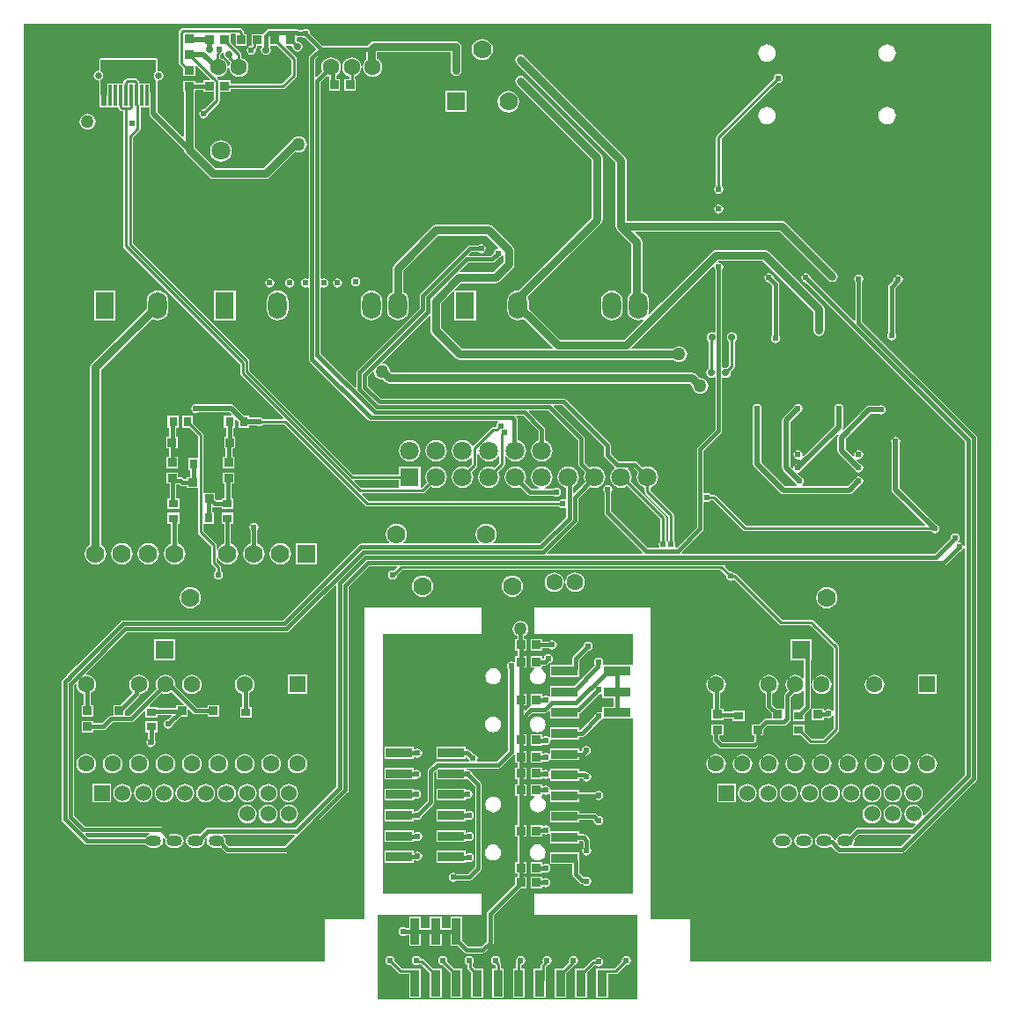
<source format=gbl>
G04*
G04 #@! TF.GenerationSoftware,Altium Limited,Altium Designer,20.2.5 (213)*
G04*
G04 Layer_Physical_Order=4*
G04 Layer_Color=16711680*
%FSLAX24Y24*%
%MOIN*%
G70*
G04*
G04 #@! TF.SameCoordinates,94A92F66-6131-4E5E-9460-D235825817E1*
G04*
G04*
G04 #@! TF.FilePolarity,Positive*
G04*
G01*
G75*
%ADD10C,0.0100*%
%ADD16C,0.0300*%
%ADD19R,0.0340X0.0318*%
%ADD22R,0.0315X0.0354*%
%ADD23R,0.0318X0.0340*%
%ADD29R,0.0354X0.0315*%
%ADD86C,0.0150*%
%ADD87C,0.0200*%
%ADD88C,0.0700*%
%ADD89R,0.0700X0.0700*%
%ADD90R,0.0709X0.1024*%
%ADD91O,0.0709X0.1024*%
%ADD92O,0.0394X0.0709*%
%ADD93O,0.0394X0.0827*%
%ADD94C,0.0256*%
%ADD95R,0.0600X0.0600*%
%ADD96C,0.0600*%
%ADD97O,0.0600X0.0400*%
%ADD98R,0.0600X0.0400*%
%ADD99O,0.0600X0.1000*%
%ADD100C,0.0630*%
%ADD101R,0.0630X0.0630*%
%ADD102R,0.0630X0.0630*%
%ADD103R,0.0709X0.0709*%
%ADD104C,0.0709*%
%ADD105R,0.0709X0.0709*%
%ADD106C,0.0500*%
%ADD107C,0.0240*%
%ADD108C,0.0280*%
%ADD132R,0.0320X0.0320*%
%ADD133R,0.0236X0.0800*%
%ADD134R,0.0118X0.0800*%
%ADD135R,0.1000X0.0350*%
%ADD136R,0.0350X0.1000*%
G36*
X56520Y13950D02*
X45120D01*
Y15550D01*
X43620D01*
Y27360D01*
X39210D01*
Y26360D01*
X42935D01*
Y25186D01*
X42887Y25182D01*
X42885Y25182D01*
X41835D01*
X41809Y25231D01*
X41810Y25234D01*
X41823Y25300D01*
X41810Y25366D01*
X41773Y25423D01*
X41716Y25460D01*
X41650Y25473D01*
X41584Y25460D01*
X41527Y25423D01*
X41490Y25366D01*
X41477Y25300D01*
X41490Y25234D01*
X41505Y25211D01*
Y25167D01*
X40733Y24395D01*
X39813D01*
Y23998D01*
X39764Y23982D01*
X39708Y24019D01*
X39641Y24032D01*
X39575Y24019D01*
X39555Y24006D01*
X39505Y24033D01*
Y24089D01*
X39088D01*
Y23649D01*
X39050Y23619D01*
X39045Y23618D01*
X39004Y23590D01*
X38877Y23463D01*
X38831Y23482D01*
Y23649D01*
X38912D01*
Y24089D01*
X38831D01*
Y25080D01*
X38912D01*
Y25520D01*
X38831D01*
Y25730D01*
X38912D01*
Y26170D01*
X38827D01*
Y26283D01*
X38848Y26291D01*
X38911Y26339D01*
X38959Y26402D01*
X38989Y26475D01*
X38999Y26553D01*
X38989Y26632D01*
X38959Y26705D01*
X38911Y26767D01*
X38848Y26816D01*
X38775Y26846D01*
X38697Y26856D01*
X38618Y26846D01*
X38545Y26816D01*
X38483Y26767D01*
X38435Y26705D01*
X38404Y26632D01*
X38394Y26553D01*
X38404Y26475D01*
X38435Y26402D01*
X38483Y26339D01*
X38545Y26291D01*
X38573Y26280D01*
Y26170D01*
X38495D01*
Y25730D01*
X38576D01*
Y25520D01*
X38495D01*
Y25318D01*
X38445Y25291D01*
X38416Y25310D01*
X38350Y25323D01*
X38284Y25310D01*
X38227Y25273D01*
X38190Y25216D01*
X38177Y25150D01*
X38190Y25084D01*
X38223Y25035D01*
Y21953D01*
X37802Y21532D01*
X37079D01*
X37055Y21577D01*
X37060Y21584D01*
X37073Y21650D01*
X37060Y21716D01*
X37023Y21773D01*
X36966Y21810D01*
X36909Y21822D01*
X36786Y21944D01*
X36745Y21972D01*
X36696Y21982D01*
X36610D01*
Y22083D01*
X35510D01*
Y21634D01*
X36610D01*
Y21689D01*
X36660Y21710D01*
X36728Y21641D01*
X36740Y21584D01*
X36745Y21577D01*
X36721Y21532D01*
X35542D01*
X35493Y21523D01*
X35452Y21495D01*
X35210Y21253D01*
X35182Y21212D01*
X35173Y21163D01*
Y20053D01*
X34791Y19672D01*
X34734Y19660D01*
X34686Y19628D01*
X34636Y19639D01*
Y19722D01*
X33536D01*
Y19273D01*
X34636D01*
Y19371D01*
X34687D01*
X34734Y19340D01*
X34800Y19327D01*
X34866Y19340D01*
X34923Y19377D01*
X34960Y19434D01*
X34972Y19491D01*
X35390Y19910D01*
X35418Y19951D01*
X35427Y20000D01*
Y21110D01*
X35464Y21147D01*
X35510Y21128D01*
Y20847D01*
X36610D01*
Y20850D01*
X36660Y20885D01*
X36691Y20878D01*
X36973Y20597D01*
Y17553D01*
X36697Y17277D01*
X36265D01*
X36216Y17310D01*
X36150Y17323D01*
X36084Y17310D01*
X36027Y17273D01*
X35990Y17216D01*
X35977Y17150D01*
X35990Y17084D01*
X36027Y17027D01*
X36084Y16990D01*
X36150Y16977D01*
X36216Y16990D01*
X36265Y17023D01*
X36750D01*
X36799Y17032D01*
X36840Y17060D01*
X37190Y17410D01*
X37218Y17451D01*
X37227Y17500D01*
Y20650D01*
X37218Y20699D01*
X37190Y20740D01*
X36872Y21059D01*
X36860Y21116D01*
X36823Y21173D01*
X36766Y21210D01*
X36700Y21223D01*
X36693Y21222D01*
X36654Y21265D01*
X36658Y21278D01*
X37855D01*
X37904Y21287D01*
X37945Y21315D01*
X38440Y21810D01*
X38445Y21817D01*
X38495Y21802D01*
Y21480D01*
X38576D01*
Y21302D01*
X38495D01*
Y20862D01*
X38576D01*
Y20670D01*
X38495D01*
Y20230D01*
X38576D01*
Y19120D01*
X38495D01*
Y18680D01*
X38576D01*
Y17720D01*
X38495D01*
Y17280D01*
X38576D01*
Y17170D01*
X38495D01*
Y16910D01*
X37451Y15867D01*
X37424Y15826D01*
X37414Y15777D01*
Y14732D01*
X37209Y14527D01*
X36702D01*
X36493Y14737D01*
Y15657D01*
X36042D01*
Y15234D01*
X35705D01*
Y15657D01*
X35255D01*
Y15234D01*
X34918D01*
Y15657D01*
X34469D01*
Y15227D01*
X34365D01*
X34316Y15260D01*
X34250Y15273D01*
X34184Y15260D01*
X34127Y15223D01*
X34090Y15166D01*
X34077Y15100D01*
X34090Y15034D01*
X34127Y14977D01*
X34184Y14940D01*
X34250Y14927D01*
X34316Y14940D01*
X34365Y14973D01*
X34469D01*
Y14557D01*
X34918D01*
Y14980D01*
X35255D01*
Y14557D01*
X35705D01*
Y14980D01*
X36042D01*
Y14557D01*
X36312D01*
X36559Y14310D01*
X36601Y14282D01*
X36649Y14273D01*
X37262D01*
X37311Y14282D01*
X37352Y14310D01*
X37632Y14589D01*
X37659Y14631D01*
X37669Y14679D01*
Y15724D01*
X38675Y16730D01*
X38912D01*
Y17170D01*
X38831D01*
Y17280D01*
X38912D01*
Y17720D01*
X38831D01*
Y18680D01*
X38912D01*
Y19120D01*
X38831D01*
Y20230D01*
X38912D01*
Y20670D01*
X38831D01*
Y20862D01*
X38912D01*
Y21302D01*
X38831D01*
Y21480D01*
X38912D01*
Y21920D01*
X38831D01*
Y22130D01*
X38912D01*
Y22570D01*
X38831D01*
Y23057D01*
X39147Y23373D01*
X39629D01*
X39678Y23382D01*
X39719Y23410D01*
X39767Y23458D01*
X39813Y23439D01*
Y23157D01*
X40913D01*
Y23358D01*
X40948Y23365D01*
X40990Y23392D01*
X41676Y24078D01*
X41733Y24090D01*
X41743Y24096D01*
X41787Y24073D01*
Y23944D01*
X42210D01*
Y23607D01*
X41787D01*
Y23427D01*
X41743Y23404D01*
X41733Y23410D01*
X41667Y23423D01*
X41601Y23410D01*
X41544Y23373D01*
X41507Y23316D01*
X41495Y23259D01*
X40963Y22726D01*
X40913Y22731D01*
Y22820D01*
X39813D01*
Y22476D01*
X39797Y22465D01*
X39763Y22454D01*
X39716Y22485D01*
X39650Y22498D01*
X39584Y22485D01*
X39555Y22466D01*
X39505Y22476D01*
Y22570D01*
X39088D01*
Y22130D01*
X39505D01*
Y22157D01*
X39555Y22184D01*
X39584Y22165D01*
X39650Y22152D01*
X39716Y22165D01*
X39773Y22202D01*
X39810Y22259D01*
X39823Y22325D01*
X39822Y22332D01*
X39854Y22371D01*
X40913D01*
Y22468D01*
X41013D01*
X41061Y22478D01*
X41103Y22505D01*
X41676Y23078D01*
X41733Y23090D01*
X41790Y23127D01*
X41810Y23157D01*
X42885D01*
X42887Y23157D01*
X42935Y23153D01*
Y16520D01*
X39210D01*
Y15720D01*
X43130D01*
Y12520D01*
X33290D01*
Y15720D01*
X37210D01*
Y16520D01*
X33485D01*
Y26360D01*
X37210D01*
Y27360D01*
X32800D01*
Y15550D01*
X31300D01*
Y13950D01*
X19900D01*
Y49450D01*
X56520D01*
Y13950D01*
D02*
G37*
%LPC*%
G36*
X37245Y48888D02*
X37141Y48875D01*
X37043Y48834D01*
X36960Y48770D01*
X36896Y48687D01*
X36855Y48589D01*
X36842Y48485D01*
X36855Y48381D01*
X36896Y48283D01*
X36960Y48200D01*
X37043Y48136D01*
X37141Y48095D01*
X37245Y48082D01*
X37349Y48095D01*
X37447Y48136D01*
X37530Y48200D01*
X37594Y48283D01*
X37635Y48381D01*
X37648Y48485D01*
X37635Y48589D01*
X37594Y48687D01*
X37530Y48770D01*
X37447Y48834D01*
X37349Y48875D01*
X37245Y48888D01*
D02*
G37*
G36*
X52575Y48683D02*
X52489Y48672D01*
X52409Y48638D01*
X52340Y48585D01*
X52287Y48516D01*
X52253Y48436D01*
X52242Y48350D01*
X52253Y48264D01*
X52287Y48184D01*
X52340Y48115D01*
X52409Y48062D01*
X52489Y48028D01*
X52575Y48017D01*
X52661Y48028D01*
X52741Y48062D01*
X52810Y48115D01*
X52863Y48184D01*
X52897Y48264D01*
X52908Y48350D01*
X52897Y48436D01*
X52863Y48516D01*
X52810Y48585D01*
X52741Y48638D01*
X52661Y48672D01*
X52575Y48683D01*
D02*
G37*
G36*
X48025D02*
X47939Y48672D01*
X47859Y48638D01*
X47790Y48585D01*
X47737Y48516D01*
X47703Y48436D01*
X47692Y48350D01*
X47703Y48264D01*
X47737Y48184D01*
X47790Y48115D01*
X47859Y48062D01*
X47939Y48028D01*
X48025Y48017D01*
X48111Y48028D01*
X48191Y48062D01*
X48260Y48115D01*
X48313Y48184D01*
X48347Y48264D01*
X48358Y48350D01*
X48347Y48436D01*
X48313Y48516D01*
X48260Y48585D01*
X48191Y48638D01*
X48111Y48672D01*
X48025Y48683D01*
D02*
G37*
G36*
X28063Y49302D02*
X25906D01*
X25867Y49294D01*
X25834Y49272D01*
X25776Y49214D01*
X25753Y49180D01*
X25746Y49141D01*
Y47989D01*
X25753Y47950D01*
X25776Y47917D01*
X25930Y47763D01*
Y47488D01*
X26370D01*
Y47865D01*
X26370Y47880D01*
X26392Y47889D01*
X26420Y47901D01*
X26951Y47370D01*
X26930Y47320D01*
X26695D01*
Y47229D01*
X26370D01*
Y47312D01*
X25930D01*
Y46895D01*
X25946D01*
Y45186D01*
X25900Y45166D01*
X24948Y46118D01*
Y46311D01*
X24963D01*
Y47211D01*
X24954D01*
Y47286D01*
X24992Y47316D01*
X25061Y47330D01*
X25120Y47370D01*
X25159Y47428D01*
X25173Y47498D01*
X25159Y47567D01*
X25120Y47626D01*
X25061Y47665D01*
X24992Y47679D01*
X24954Y47710D01*
Y48100D01*
X24938Y48138D01*
X24900Y48154D01*
X22800D01*
X22762Y48138D01*
X22746Y48100D01*
Y47714D01*
X22708Y47683D01*
X22639Y47669D01*
X22580Y47630D01*
X22541Y47571D01*
X22527Y47502D01*
X22541Y47432D01*
X22580Y47374D01*
X22639Y47334D01*
X22708Y47320D01*
X22746Y47290D01*
Y47211D01*
X22737D01*
Y46311D01*
X23462D01*
Y46309D01*
X23470Y46270D01*
X23492Y46236D01*
X23550Y46178D01*
X23583Y46156D01*
X23622Y46148D01*
X23650D01*
Y41048D01*
X23657Y41009D01*
X23679Y40976D01*
X28078Y36578D01*
Y36228D01*
X28085Y36189D01*
X28107Y36156D01*
X29715Y34548D01*
X29696Y34502D01*
X28936D01*
X28923Y34523D01*
X28866Y34560D01*
X28800Y34573D01*
X28734Y34560D01*
X28723Y34553D01*
X28433D01*
Y34627D01*
X28234D01*
X27853Y35008D01*
X27804Y35041D01*
X27745Y35053D01*
X26477D01*
X26466Y35060D01*
X26400Y35073D01*
X26334Y35060D01*
X26277Y35023D01*
X26240Y34966D01*
X26227Y34900D01*
X26240Y34834D01*
X26277Y34777D01*
X26334Y34740D01*
X26400Y34727D01*
X26466Y34740D01*
X26477Y34747D01*
X27682D01*
X27756Y34673D01*
X27736Y34627D01*
X27467D01*
Y34173D01*
X27551D01*
Y33820D01*
X27473D01*
Y33380D01*
X27533D01*
Y33060D01*
X27419D01*
Y32642D01*
X27860D01*
Y33060D01*
X27788D01*
Y33380D01*
X27890D01*
Y33820D01*
X27805D01*
Y34173D01*
X27882D01*
Y34482D01*
X27928Y34501D01*
X28018Y34411D01*
Y34173D01*
X28433D01*
Y34247D01*
X28723D01*
X28734Y34240D01*
X28800Y34227D01*
X28866Y34240D01*
X28923Y34277D01*
X28936Y34298D01*
X29753D01*
X32823Y31228D01*
X32856Y31206D01*
X32895Y31198D01*
X40164D01*
X40177Y31177D01*
X40234Y31140D01*
X40300Y31127D01*
X40366Y31140D01*
X40373Y31145D01*
X40418Y31121D01*
Y30796D01*
X39409Y29787D01*
X37677D01*
X37661Y29835D01*
X37680Y29850D01*
X37744Y29933D01*
X37785Y30031D01*
X37798Y30135D01*
X37785Y30239D01*
X37744Y30337D01*
X37680Y30420D01*
X37597Y30484D01*
X37499Y30525D01*
X37395Y30538D01*
X37291Y30525D01*
X37193Y30484D01*
X37110Y30420D01*
X37046Y30337D01*
X37005Y30239D01*
X36992Y30135D01*
X37005Y30031D01*
X37046Y29933D01*
X37110Y29850D01*
X37129Y29835D01*
X37113Y29787D01*
X34277D01*
X34261Y29835D01*
X34280Y29850D01*
X34344Y29933D01*
X34385Y30031D01*
X34398Y30135D01*
X34385Y30239D01*
X34344Y30337D01*
X34280Y30420D01*
X34197Y30484D01*
X34099Y30525D01*
X33995Y30538D01*
X33891Y30525D01*
X33793Y30484D01*
X33710Y30420D01*
X33646Y30337D01*
X33605Y30239D01*
X33592Y30135D01*
X33605Y30031D01*
X33646Y29933D01*
X33710Y29850D01*
X33729Y29835D01*
X33713Y29787D01*
X32660D01*
X32611Y29778D01*
X32570Y29750D01*
X29697Y26877D01*
X23650D01*
X23601Y26868D01*
X23560Y26840D01*
X21910Y25190D01*
X21895Y25180D01*
X21520Y24805D01*
X21510Y24790D01*
X21360Y24640D01*
X21332Y24599D01*
X21323Y24550D01*
Y19350D01*
X21332Y19301D01*
X21360Y19260D01*
X22180Y18440D01*
X22221Y18412D01*
X22270Y18403D01*
X24484D01*
X24520Y18350D01*
X24602Y18295D01*
X24700Y18275D01*
X24900D01*
X24998Y18295D01*
X25080Y18350D01*
X25136Y18432D01*
X25155Y18530D01*
X25136Y18628D01*
X25123Y18646D01*
X25162Y18678D01*
X25247Y18592D01*
X25235Y18530D01*
X25254Y18432D01*
X25310Y18350D01*
X25392Y18295D01*
X25490Y18275D01*
X25690D01*
X25788Y18295D01*
X25870Y18350D01*
X25926Y18432D01*
X25945Y18530D01*
X25926Y18628D01*
X25870Y18710D01*
X25788Y18765D01*
X25690Y18785D01*
X25490D01*
X25428Y18773D01*
X25160Y19040D01*
X25119Y19068D01*
X25070Y19077D01*
X22186D01*
X21777Y19486D01*
Y24414D01*
X21837Y24474D01*
X21867Y24459D01*
X21882Y24448D01*
X21894Y24355D01*
X21931Y24266D01*
X21990Y24190D01*
X22066Y24131D01*
X22148Y24097D01*
Y23655D01*
X22080D01*
Y23238D01*
X22520D01*
Y23655D01*
X22402D01*
Y24118D01*
X22434Y24131D01*
X22510Y24190D01*
X22569Y24266D01*
X22606Y24355D01*
X22618Y24450D01*
X22606Y24545D01*
X22569Y24634D01*
X22510Y24710D01*
X22434Y24769D01*
X22345Y24806D01*
X22252Y24818D01*
X22241Y24833D01*
X22226Y24863D01*
X23786Y26423D01*
X29833D01*
X29882Y26432D01*
X29923Y26460D01*
X31676Y28213D01*
X31723Y28194D01*
Y20586D01*
X30164Y19027D01*
X26850D01*
X26801Y19018D01*
X26760Y18990D01*
X26542Y18773D01*
X26480Y18785D01*
X26280D01*
X26182Y18765D01*
X26100Y18710D01*
X26044Y18628D01*
X26025Y18530D01*
X26044Y18432D01*
X26100Y18350D01*
X26182Y18295D01*
X26280Y18275D01*
X26480D01*
X26578Y18295D01*
X26660Y18350D01*
X26716Y18432D01*
X26735Y18530D01*
X26723Y18592D01*
X26808Y18678D01*
X26847Y18646D01*
X26834Y18628D01*
X26815Y18530D01*
X26834Y18432D01*
X26890Y18350D01*
X26972Y18295D01*
X27070Y18275D01*
X27270D01*
X27332Y18287D01*
X27505Y18115D01*
X27546Y18087D01*
X27595Y18078D01*
X29805D01*
X29854Y18087D01*
X29895Y18115D01*
X32140Y20360D01*
X32168Y20401D01*
X32177Y20450D01*
Y28149D01*
X32961Y28933D01*
X34011D01*
X34030Y28886D01*
X33906Y28762D01*
X33850Y28773D01*
X33784Y28760D01*
X33727Y28723D01*
X33690Y28666D01*
X33677Y28600D01*
X33690Y28534D01*
X33727Y28477D01*
X33784Y28440D01*
X33850Y28427D01*
X33916Y28440D01*
X33973Y28477D01*
X34010Y28534D01*
X34021Y28589D01*
X34215Y28783D01*
X40229D01*
X40268Y28791D01*
X40279Y28798D01*
X46258D01*
X46481Y28574D01*
X46477Y28550D01*
X46490Y28484D01*
X46527Y28427D01*
X46584Y28390D01*
X46650Y28377D01*
X46716Y28390D01*
X46773Y28427D01*
X46778Y28428D01*
X48478Y26728D01*
X48511Y26706D01*
X48550Y26698D01*
X49664D01*
X49693Y26669D01*
X49693Y26669D01*
X50548Y25814D01*
Y23451D01*
X50498Y23436D01*
X50473Y23473D01*
X50417Y23511D01*
X50351Y23524D01*
X50284Y23511D01*
X50228Y23473D01*
X50220Y23462D01*
X50170D01*
Y23527D01*
X49730D01*
Y23110D01*
X50170D01*
Y23207D01*
X50260D01*
X50284Y23191D01*
X50351Y23177D01*
X50417Y23191D01*
X50473Y23228D01*
X50498Y23265D01*
X50548Y23250D01*
Y22792D01*
X50158Y22402D01*
X49716D01*
X49457Y22661D01*
Y22932D01*
X49002D01*
Y22517D01*
X49312D01*
X49601Y22228D01*
X49635Y22206D01*
X49674Y22198D01*
X50200D01*
X50239Y22206D01*
X50272Y22228D01*
X50722Y22678D01*
X50744Y22711D01*
X50752Y22750D01*
Y25856D01*
X50744Y25895D01*
X50722Y25929D01*
X49837Y26814D01*
X49837Y26814D01*
X49779Y26872D01*
X49745Y26894D01*
X49706Y26902D01*
X48592D01*
X46872Y28622D01*
X46839Y28644D01*
X46800Y28652D01*
X46786D01*
X46773Y28673D01*
X46716Y28710D01*
X46650Y28723D01*
X46626Y28719D01*
X46443Y28901D01*
X46462Y28948D01*
X54730D01*
X54779Y28957D01*
X54820Y28985D01*
X55314Y29478D01*
X55371Y29490D01*
X55428Y29527D01*
X55465Y29584D01*
X55473Y29621D01*
X55523Y29616D01*
Y21036D01*
X53973Y19487D01*
X53926Y19510D01*
X53931Y19550D01*
X53919Y19641D01*
X53884Y19727D01*
X53828Y19800D01*
X53755Y19856D01*
X53670Y19891D01*
X53578Y19903D01*
X53487Y19891D01*
X53402Y19856D01*
X53329Y19800D01*
X53273Y19727D01*
X53237Y19641D01*
X53225Y19550D01*
X53237Y19459D01*
X53273Y19373D01*
X53329Y19300D01*
X53402Y19244D01*
X53487Y19209D01*
X53578Y19197D01*
X53618Y19202D01*
X53642Y19155D01*
X53514Y19027D01*
X51460D01*
X51411Y19018D01*
X51370Y18990D01*
X51152Y18773D01*
X51090Y18785D01*
X50890D01*
X50792Y18765D01*
X50710Y18710D01*
X50655Y18628D01*
X50643Y18569D01*
X50589Y18552D01*
X50568Y18572D01*
X50543Y18589D01*
X50535Y18628D01*
X50480Y18710D01*
X50398Y18765D01*
X50300Y18785D01*
X50100D01*
X50002Y18765D01*
X49920Y18710D01*
X49865Y18628D01*
X49845Y18530D01*
X49865Y18432D01*
X49920Y18350D01*
X50002Y18295D01*
X50100Y18275D01*
X50300D01*
X50398Y18295D01*
X50450Y18330D01*
X50665Y18115D01*
X50707Y18087D01*
X50755Y18078D01*
X53155D01*
X53204Y18087D01*
X53245Y18115D01*
X55840Y20710D01*
X55940Y20810D01*
X55968Y20851D01*
X55977Y20900D01*
Y33783D01*
X55968Y33832D01*
X55940Y33873D01*
X55840Y33973D01*
X51627Y38186D01*
Y39685D01*
X51660Y39734D01*
X51673Y39800D01*
X51660Y39866D01*
X51623Y39923D01*
X51566Y39960D01*
X51500Y39973D01*
X51434Y39960D01*
X51377Y39923D01*
X51340Y39866D01*
X51327Y39800D01*
X51340Y39734D01*
X51373Y39685D01*
Y38223D01*
X51326Y38204D01*
X49672Y39859D01*
X49660Y39916D01*
X49623Y39973D01*
X49566Y40010D01*
X49500Y40023D01*
X49434Y40010D01*
X49377Y39973D01*
X49340Y39916D01*
X49327Y39850D01*
X49340Y39784D01*
X49377Y39727D01*
X49434Y39690D01*
X49491Y39678D01*
X55523Y33647D01*
Y29684D01*
X55473Y29679D01*
X55465Y29716D01*
X55428Y29773D01*
X55371Y29810D01*
X55305Y29823D01*
X55272Y29817D01*
X55252Y29864D01*
X55273Y29877D01*
X55310Y29934D01*
X55323Y30000D01*
X55310Y30066D01*
X55273Y30123D01*
X55216Y30160D01*
X55150Y30173D01*
X55084Y30160D01*
X55027Y30123D01*
X54990Y30066D01*
X54978Y30009D01*
X54372Y29402D01*
X44803D01*
X44783Y29452D01*
X45590Y30260D01*
X45618Y30301D01*
X45627Y30350D01*
Y31346D01*
X45672Y31370D01*
X45679Y31365D01*
X45745Y31352D01*
X45811Y31365D01*
X45868Y31402D01*
X45881Y31423D01*
X45983D01*
X47128Y30278D01*
X47161Y30256D01*
X47200Y30248D01*
X54244D01*
X54257Y30227D01*
X54314Y30190D01*
X54380Y30177D01*
X54446Y30190D01*
X54503Y30227D01*
X54540Y30284D01*
X54553Y30350D01*
X54540Y30416D01*
X54503Y30473D01*
X54446Y30510D01*
X54434Y30513D01*
X53053Y31893D01*
Y33573D01*
X53060Y33584D01*
X53073Y33650D01*
X53060Y33716D01*
X53023Y33773D01*
X52966Y33810D01*
X52900Y33823D01*
X52834Y33810D01*
X52777Y33773D01*
X52740Y33716D01*
X52727Y33650D01*
X52740Y33584D01*
X52747Y33573D01*
Y31830D01*
X52759Y31771D01*
X52792Y31722D01*
X54016Y30498D01*
X53996Y30452D01*
X47242D01*
X46097Y31597D01*
X46064Y31619D01*
X46025Y31627D01*
X45881D01*
X45868Y31648D01*
X45811Y31685D01*
X45745Y31698D01*
X45679Y31685D01*
X45672Y31680D01*
X45627Y31704D01*
Y33297D01*
X46290Y33960D01*
X46318Y34001D01*
X46327Y34050D01*
Y36053D01*
X46377Y36080D01*
X46391Y36071D01*
X46465Y36056D01*
X46539Y36071D01*
X46602Y36113D01*
X46644Y36176D01*
X46659Y36250D01*
X46651Y36291D01*
X46772Y36413D01*
X46794Y36446D01*
X46802Y36485D01*
Y37440D01*
X46837Y37463D01*
X46879Y37526D01*
X46894Y37600D01*
X46879Y37674D01*
X46837Y37737D01*
X46774Y37779D01*
X46700Y37794D01*
X46626Y37779D01*
X46563Y37737D01*
X46521Y37674D01*
X46506Y37600D01*
X46521Y37526D01*
X46563Y37463D01*
X46598Y37440D01*
Y36527D01*
X46506Y36435D01*
X46465Y36444D01*
X46391Y36429D01*
X46377Y36420D01*
X46327Y36447D01*
Y40135D01*
X46360Y40184D01*
X46373Y40250D01*
X46360Y40316D01*
X46323Y40373D01*
X46266Y40410D01*
X46200Y40423D01*
X46187Y40421D01*
X46164Y40465D01*
X46188Y40496D01*
X47866D01*
X49796Y38566D01*
Y37850D01*
X49812Y37772D01*
X49856Y37706D01*
X49922Y37662D01*
X50000Y37646D01*
X50078Y37662D01*
X50144Y37706D01*
X50188Y37772D01*
X50204Y37850D01*
Y38650D01*
X50188Y38728D01*
X50144Y38794D01*
X48094Y40844D01*
X48028Y40888D01*
X47950Y40904D01*
X46100D01*
X46022Y40888D01*
X45956Y40844D01*
X44044Y38932D01*
X44044Y38932D01*
X43561Y38449D01*
X43519Y38478D01*
X43544Y38539D01*
X43558Y38644D01*
Y38959D01*
X43544Y39065D01*
X43503Y39163D01*
X43438Y39248D01*
X43354Y39313D01*
X43304Y39333D01*
Y41200D01*
X43288Y41278D01*
X43244Y41344D01*
X43039Y41550D01*
X43058Y41596D01*
X48516D01*
X50356Y39756D01*
X50422Y39712D01*
X50500Y39696D01*
X50578Y39712D01*
X50644Y39756D01*
X50688Y39822D01*
X50704Y39900D01*
X50688Y39978D01*
X50644Y40044D01*
X48744Y41944D01*
X48678Y41988D01*
X48600Y42004D01*
X42704D01*
Y44300D01*
X42704Y44300D01*
X42688Y44378D01*
X42644Y44444D01*
X42644Y44444D01*
X38844Y48244D01*
X38778Y48288D01*
X38700Y48304D01*
X38622Y48288D01*
X38556Y48244D01*
X38512Y48178D01*
X38496Y48100D01*
X38512Y48022D01*
X38556Y47956D01*
X42296Y44216D01*
Y41800D01*
X42312Y41722D01*
X42356Y41656D01*
X42896Y41116D01*
Y39274D01*
X42862Y39248D01*
X42797Y39163D01*
X42756Y39065D01*
X42742Y38959D01*
Y38644D01*
X42756Y38539D01*
X42797Y38441D01*
X42862Y38356D01*
X42946Y38291D01*
X43044Y38251D01*
X43150Y38237D01*
X43256Y38251D01*
X43317Y38276D01*
X43345Y38234D01*
X42616Y37504D01*
X40186D01*
X39092Y38599D01*
X39026Y38643D01*
X39008Y38646D01*
Y38959D01*
X38994Y39065D01*
X38967Y39129D01*
X41694Y41856D01*
X41744Y41906D01*
X41788Y41972D01*
X41804Y42050D01*
X41804Y42050D01*
Y44400D01*
X41788Y44478D01*
X41744Y44544D01*
X38844Y47444D01*
X38778Y47488D01*
X38700Y47504D01*
X38622Y47488D01*
X38556Y47444D01*
X38512Y47378D01*
X38496Y47300D01*
X38512Y47222D01*
X38556Y47156D01*
X41396Y44316D01*
Y42134D01*
X38626Y39364D01*
X38600Y39367D01*
X38494Y39353D01*
X38396Y39313D01*
X38312Y39248D01*
X38247Y39163D01*
X38206Y39065D01*
X38192Y38959D01*
Y38644D01*
X38206Y38539D01*
X38247Y38441D01*
X38312Y38356D01*
X38396Y38291D01*
X38494Y38251D01*
X38600Y38237D01*
X38706Y38251D01*
X38792Y38286D01*
X38823Y38266D01*
X38854Y38260D01*
X39910Y37204D01*
X39889Y37154D01*
X36484D01*
X35679Y37959D01*
Y38891D01*
X36146Y39357D01*
X36196Y39337D01*
X36196Y39319D01*
Y38236D01*
X37004D01*
Y39360D01*
X36238D01*
X36219Y39360D01*
X36198Y39410D01*
X36434Y39646D01*
X37750D01*
X37828Y39662D01*
X37894Y39706D01*
X38394Y40206D01*
X38438Y40272D01*
X38454Y40350D01*
Y40900D01*
X38438Y40978D01*
X38394Y41044D01*
X37644Y41794D01*
X37578Y41838D01*
X37500Y41854D01*
X35500D01*
X35500Y41854D01*
X35422Y41838D01*
X35356Y41794D01*
X33906Y40344D01*
X33862Y40278D01*
X33846Y40200D01*
Y39313D01*
X33762Y39248D01*
X33697Y39163D01*
X33656Y39065D01*
X33642Y38959D01*
Y38644D01*
X33656Y38539D01*
X33697Y38441D01*
X33762Y38356D01*
X33846Y38291D01*
X33944Y38251D01*
X34050Y38237D01*
X34156Y38251D01*
X34254Y38291D01*
X34338Y38356D01*
X34403Y38441D01*
X34444Y38539D01*
X34458Y38644D01*
Y38959D01*
X34444Y39065D01*
X34403Y39163D01*
X34338Y39248D01*
X34254Y39313D01*
Y40116D01*
X35584Y41446D01*
X37416D01*
X37865Y40996D01*
X37856Y40968D01*
X37844Y40947D01*
X37784Y40935D01*
X37727Y40898D01*
X37690Y40841D01*
X37678Y40784D01*
X37572Y40677D01*
X36751D01*
X36732Y40724D01*
X36829Y40821D01*
X37086D01*
X37135Y40788D01*
X37202Y40775D01*
X37268Y40788D01*
X37324Y40825D01*
X37362Y40882D01*
X37375Y40948D01*
X37362Y41014D01*
X37324Y41071D01*
X37268Y41108D01*
X37202Y41121D01*
X37135Y41108D01*
X37086Y41075D01*
X36776D01*
X36727Y41066D01*
X36686Y41038D01*
X34910Y39262D01*
X34882Y39221D01*
X34873Y39172D01*
Y38703D01*
X32510Y36340D01*
X32482Y36299D01*
X32473Y36250D01*
Y35707D01*
X32426Y35688D01*
X31127Y36987D01*
Y39471D01*
X31172Y39495D01*
X31179Y39490D01*
X31245Y39477D01*
X31311Y39490D01*
X31368Y39527D01*
X31405Y39584D01*
X31418Y39650D01*
X31405Y39716D01*
X31368Y39773D01*
X31311Y39810D01*
X31245Y39823D01*
X31179Y39810D01*
X31172Y39805D01*
X31127Y39829D01*
Y47249D01*
X31367Y47489D01*
X31424Y47465D01*
X31456Y47461D01*
Y47370D01*
X31440D01*
Y46930D01*
X31857D01*
Y47370D01*
X31711D01*
Y47508D01*
X31779Y47561D01*
X31838Y47637D01*
X31874Y47726D01*
X31887Y47821D01*
X31874Y47916D01*
X31838Y48005D01*
X31779Y48081D01*
X31703Y48140D01*
X31614Y48176D01*
X31519Y48189D01*
X31424Y48176D01*
X31335Y48140D01*
X31259Y48081D01*
X31200Y48005D01*
X31163Y47916D01*
X31151Y47821D01*
X31163Y47726D01*
X31187Y47669D01*
X30974Y47456D01*
X30927Y47475D01*
Y48121D01*
X31191Y48385D01*
X32846D01*
Y48091D01*
X32833Y48081D01*
X32775Y48005D01*
X32738Y47916D01*
X32726Y47821D01*
X32738Y47726D01*
X32775Y47637D01*
X32833Y47561D01*
X32910Y47502D01*
X32998Y47465D01*
X33094Y47453D01*
X33189Y47465D01*
X33278Y47502D01*
X33354Y47561D01*
X33412Y47637D01*
X33449Y47726D01*
X33462Y47821D01*
X33449Y47916D01*
X33412Y48005D01*
X33354Y48081D01*
X33278Y48140D01*
X33254Y48150D01*
Y48396D01*
X36046D01*
Y47700D01*
X36062Y47622D01*
X36106Y47556D01*
X36172Y47512D01*
X36250Y47496D01*
X36328Y47512D01*
X36394Y47556D01*
X36438Y47622D01*
X36454Y47700D01*
Y48600D01*
X36438Y48678D01*
X36394Y48744D01*
X36328Y48788D01*
X36250Y48804D01*
X33138D01*
X33060Y48788D01*
X32994Y48744D01*
X32906Y48656D01*
X32895Y48640D01*
X31191D01*
X30722Y49109D01*
X30710Y49166D01*
X30673Y49223D01*
X30616Y49260D01*
X30550Y49273D01*
X30484Y49260D01*
X30435Y49227D01*
X30298D01*
X30261Y49253D01*
X30212Y49262D01*
X29188D01*
X29139Y49253D01*
X29098Y49225D01*
X28968Y49095D01*
X28932Y49060D01*
X28512D01*
Y48750D01*
X28510Y48740D01*
Y48648D01*
X28489Y48627D01*
X28434Y48616D01*
X28377Y48578D01*
X28340Y48522D01*
X28327Y48456D01*
X28340Y48390D01*
X28377Y48333D01*
X28434Y48296D01*
X28500Y48282D01*
X28566Y48296D01*
X28623Y48333D01*
X28660Y48390D01*
X28673Y48456D01*
X28662Y48512D01*
X28684Y48534D01*
X28706Y48567D01*
X28714Y48606D01*
Y48640D01*
X28876D01*
X28902Y48590D01*
X28876Y48550D01*
X28861Y48476D01*
X28876Y48402D01*
X28918Y48339D01*
X28981Y48297D01*
X29055Y48282D01*
X29129Y48297D01*
X29192Y48339D01*
X29234Y48402D01*
X29248Y48476D01*
X29234Y48550D01*
X29207Y48590D01*
X29234Y48640D01*
X29466D01*
X29578Y48528D01*
X29578Y48528D01*
X30007Y48099D01*
Y47551D01*
X29658Y47202D01*
X27705D01*
Y47320D01*
X27289D01*
X27272Y47346D01*
X27209Y47409D01*
X27231Y47454D01*
X27238Y47453D01*
X27333Y47465D01*
X27422Y47502D01*
X27498Y47561D01*
X27557Y47637D01*
X27593Y47726D01*
X27606Y47821D01*
X27593Y47916D01*
X27557Y48005D01*
X27498Y48081D01*
X27422Y48140D01*
X27333Y48176D01*
X27326Y48177D01*
Y48282D01*
X27372Y48328D01*
X27391Y48356D01*
X27420Y48376D01*
X27430Y48374D01*
X27467Y48354D01*
X27456Y48300D01*
X27471Y48226D01*
X27513Y48163D01*
X27575Y48121D01*
X27578Y48117D01*
X27617Y48078D01*
X27627Y48071D01*
X27703Y47996D01*
X27670Y47916D01*
X27657Y47821D01*
X27670Y47726D01*
X27706Y47637D01*
X27765Y47561D01*
X27841Y47502D01*
X27930Y47465D01*
X28025Y47453D01*
X28120Y47465D01*
X28209Y47502D01*
X28285Y47561D01*
X28344Y47637D01*
X28381Y47726D01*
X28393Y47821D01*
X28381Y47916D01*
X28344Y48005D01*
X28285Y48081D01*
X28209Y48140D01*
X28127Y48174D01*
Y48310D01*
X28119Y48349D01*
X28097Y48382D01*
X27705Y48774D01*
Y49070D01*
X27744Y49098D01*
X27883D01*
X27912Y49060D01*
Y48640D01*
X28332D01*
Y49060D01*
X28224D01*
Y49141D01*
X28216Y49180D01*
X28194Y49214D01*
X28136Y49272D01*
X28102Y49294D01*
X28063Y49302D01*
D02*
G37*
G36*
X48450Y47573D02*
X48384Y47560D01*
X48327Y47523D01*
X48290Y47466D01*
X48277Y47400D01*
X48281Y47376D01*
X46128Y45222D01*
X46106Y45189D01*
X46098Y45150D01*
Y43336D01*
X46077Y43323D01*
X46040Y43266D01*
X46027Y43200D01*
X46040Y43134D01*
X46077Y43077D01*
X46134Y43040D01*
X46200Y43027D01*
X46266Y43040D01*
X46323Y43077D01*
X46360Y43134D01*
X46373Y43200D01*
X46360Y43266D01*
X46323Y43323D01*
X46302Y43336D01*
Y45108D01*
X48426Y47231D01*
X48450Y47227D01*
X48516Y47240D01*
X48573Y47277D01*
X48610Y47334D01*
X48623Y47400D01*
X48610Y47466D01*
X48573Y47523D01*
X48516Y47560D01*
X48450Y47573D01*
D02*
G37*
G36*
X32306Y48189D02*
X32211Y48176D01*
X32122Y48140D01*
X32046Y48081D01*
X31988Y48005D01*
X31951Y47916D01*
X31938Y47821D01*
X31951Y47726D01*
X31988Y47637D01*
X32046Y47561D01*
X32122Y47502D01*
X32204Y47468D01*
Y47370D01*
X32033D01*
Y46930D01*
X32450D01*
Y47370D01*
X32408D01*
Y47468D01*
X32490Y47502D01*
X32567Y47561D01*
X32625Y47637D01*
X32662Y47726D01*
X32674Y47821D01*
X32662Y47916D01*
X32625Y48005D01*
X32567Y48081D01*
X32490Y48140D01*
X32402Y48176D01*
X32306Y48189D01*
D02*
G37*
G36*
X36665Y46915D02*
X35865D01*
Y46115D01*
X36665D01*
Y46915D01*
D02*
G37*
G36*
X38235Y46918D02*
X38131Y46905D01*
X38033Y46864D01*
X37950Y46800D01*
X37886Y46717D01*
X37845Y46619D01*
X37832Y46515D01*
X37845Y46411D01*
X37886Y46313D01*
X37950Y46230D01*
X38033Y46166D01*
X38131Y46125D01*
X38235Y46112D01*
X38339Y46125D01*
X38437Y46166D01*
X38520Y46230D01*
X38584Y46313D01*
X38625Y46411D01*
X38638Y46515D01*
X38625Y46619D01*
X38584Y46717D01*
X38520Y46800D01*
X38437Y46864D01*
X38339Y46905D01*
X38235Y46918D01*
D02*
G37*
G36*
X52575Y46323D02*
X52489Y46312D01*
X52409Y46278D01*
X52340Y46225D01*
X52287Y46156D01*
X52253Y46076D01*
X52242Y45990D01*
X52253Y45904D01*
X52287Y45824D01*
X52340Y45755D01*
X52409Y45702D01*
X52489Y45668D01*
X52575Y45657D01*
X52661Y45668D01*
X52741Y45702D01*
X52810Y45755D01*
X52863Y45824D01*
X52897Y45904D01*
X52908Y45990D01*
X52897Y46076D01*
X52863Y46156D01*
X52810Y46225D01*
X52741Y46278D01*
X52661Y46312D01*
X52575Y46323D01*
D02*
G37*
G36*
X48025D02*
X47939Y46312D01*
X47859Y46278D01*
X47790Y46225D01*
X47737Y46156D01*
X47703Y46076D01*
X47692Y45990D01*
X47703Y45904D01*
X47737Y45824D01*
X47790Y45755D01*
X47859Y45702D01*
X47939Y45668D01*
X48025Y45657D01*
X48111Y45668D01*
X48191Y45702D01*
X48260Y45755D01*
X48313Y45824D01*
X48347Y45904D01*
X48358Y45990D01*
X48347Y46076D01*
X48313Y46156D01*
X48260Y46225D01*
X48191Y46278D01*
X48111Y46312D01*
X48025Y46323D01*
D02*
G37*
G36*
X22300Y46053D02*
X22222Y46042D01*
X22149Y46012D01*
X22086Y45964D01*
X22038Y45901D01*
X22008Y45828D01*
X21997Y45750D01*
X22008Y45672D01*
X22038Y45599D01*
X22086Y45536D01*
X22149Y45488D01*
X22222Y45458D01*
X22300Y45447D01*
X22378Y45458D01*
X22451Y45488D01*
X22514Y45536D01*
X22562Y45599D01*
X22592Y45672D01*
X22603Y45750D01*
X22592Y45828D01*
X22562Y45901D01*
X22514Y45964D01*
X22451Y46012D01*
X22378Y46042D01*
X22300Y46053D01*
D02*
G37*
G36*
X46200Y42623D02*
X46134Y42610D01*
X46077Y42573D01*
X46040Y42516D01*
X46027Y42450D01*
X46040Y42384D01*
X46077Y42327D01*
X46134Y42290D01*
X46200Y42277D01*
X46266Y42290D01*
X46323Y42327D01*
X46360Y42384D01*
X46373Y42450D01*
X46360Y42516D01*
X46323Y42573D01*
X46266Y42610D01*
X46200Y42623D01*
D02*
G37*
G36*
X32448Y39872D02*
X32382Y39858D01*
X32326Y39821D01*
X32288Y39765D01*
X32275Y39698D01*
X32288Y39632D01*
X32326Y39576D01*
X32382Y39538D01*
X32448Y39525D01*
X32515Y39538D01*
X32571Y39576D01*
X32608Y39632D01*
X32622Y39698D01*
X32608Y39765D01*
X32571Y39821D01*
X32515Y39858D01*
X32448Y39872D01*
D02*
G37*
G36*
X31764Y39823D02*
X31698Y39810D01*
X31641Y39773D01*
X31604Y39716D01*
X31591Y39650D01*
X31604Y39584D01*
X31641Y39527D01*
X31698Y39490D01*
X31764Y39477D01*
X31830Y39490D01*
X31886Y39527D01*
X31924Y39584D01*
X31937Y39650D01*
X31924Y39716D01*
X31886Y39773D01*
X31830Y39810D01*
X31764Y39823D01*
D02*
G37*
G36*
X24950Y39367D02*
X24844Y39353D01*
X24746Y39313D01*
X24662Y39248D01*
X24597Y39163D01*
X24556Y39065D01*
X24542Y38959D01*
Y38683D01*
X22456Y36596D01*
X22412Y36530D01*
X22396Y36452D01*
Y29748D01*
X22315Y29685D01*
X22251Y29602D01*
X22210Y29504D01*
X22197Y29400D01*
X22210Y29296D01*
X22251Y29198D01*
X22315Y29115D01*
X22398Y29051D01*
X22496Y29010D01*
X22600Y28997D01*
X22704Y29010D01*
X22802Y29051D01*
X22885Y29115D01*
X22949Y29198D01*
X22990Y29296D01*
X23003Y29400D01*
X22990Y29504D01*
X22949Y29602D01*
X22885Y29685D01*
X22804Y29748D01*
Y36367D01*
X24736Y38299D01*
X24746Y38291D01*
X24844Y38251D01*
X24950Y38237D01*
X25056Y38251D01*
X25154Y38291D01*
X25238Y38356D01*
X25303Y38441D01*
X25344Y38539D01*
X25358Y38644D01*
Y38959D01*
X25344Y39065D01*
X25303Y39163D01*
X25238Y39248D01*
X25154Y39313D01*
X25056Y39353D01*
X24950Y39367D01*
D02*
G37*
G36*
X23354Y39360D02*
X22546D01*
Y38236D01*
X23354D01*
Y39360D01*
D02*
G37*
G36*
X42150Y39363D02*
X42044Y39349D01*
X41946Y39309D01*
X41862Y39244D01*
X41797Y39159D01*
X41756Y39061D01*
X41742Y38956D01*
Y38641D01*
X41756Y38535D01*
X41797Y38437D01*
X41862Y38352D01*
X41946Y38287D01*
X42044Y38247D01*
X42150Y38233D01*
X42256Y38247D01*
X42354Y38287D01*
X42438Y38352D01*
X42503Y38437D01*
X42544Y38535D01*
X42558Y38641D01*
Y38956D01*
X42544Y39061D01*
X42503Y39159D01*
X42438Y39244D01*
X42354Y39309D01*
X42256Y39349D01*
X42150Y39363D01*
D02*
G37*
G36*
X33050D02*
X32944Y39349D01*
X32846Y39309D01*
X32762Y39244D01*
X32697Y39159D01*
X32656Y39061D01*
X32642Y38956D01*
Y38641D01*
X32656Y38535D01*
X32697Y38437D01*
X32762Y38352D01*
X32846Y38287D01*
X32944Y38247D01*
X33050Y38233D01*
X33156Y38247D01*
X33254Y38287D01*
X33338Y38352D01*
X33403Y38437D01*
X33444Y38535D01*
X33458Y38641D01*
Y38956D01*
X33444Y39061D01*
X33403Y39159D01*
X33338Y39244D01*
X33254Y39309D01*
X33156Y39349D01*
X33050Y39363D01*
D02*
G37*
G36*
X53000Y39954D02*
X52934Y39941D01*
X52877Y39903D01*
X52840Y39847D01*
X52827Y39781D01*
X52831Y39761D01*
X52660Y39590D01*
X52632Y39549D01*
X52623Y39500D01*
Y37765D01*
X52590Y37716D01*
X52577Y37650D01*
X52590Y37584D01*
X52627Y37527D01*
X52684Y37490D01*
X52750Y37477D01*
X52816Y37490D01*
X52873Y37527D01*
X52910Y37584D01*
X52923Y37650D01*
X52910Y37716D01*
X52877Y37765D01*
Y39447D01*
X53047Y39617D01*
X53066Y39621D01*
X53123Y39658D01*
X53160Y39715D01*
X53173Y39781D01*
X53160Y39847D01*
X53123Y39903D01*
X53066Y39941D01*
X53000Y39954D01*
D02*
G37*
G36*
X48100Y40023D02*
X48034Y40010D01*
X47977Y39973D01*
X47940Y39916D01*
X47927Y39850D01*
X47940Y39784D01*
X47977Y39727D01*
X48034Y39690D01*
X48091Y39678D01*
X48223Y39547D01*
Y37665D01*
X48190Y37616D01*
X48177Y37550D01*
X48190Y37484D01*
X48227Y37427D01*
X48284Y37390D01*
X48350Y37377D01*
X48416Y37390D01*
X48473Y37427D01*
X48510Y37484D01*
X48523Y37550D01*
X48510Y37616D01*
X48477Y37665D01*
Y39600D01*
X48468Y39649D01*
X48440Y39690D01*
X48272Y39859D01*
X48260Y39916D01*
X48223Y39973D01*
X48166Y40010D01*
X48100Y40023D01*
D02*
G37*
G36*
X50750Y35073D02*
X50684Y35060D01*
X50627Y35023D01*
X50590Y34966D01*
X50577Y34900D01*
X50590Y34834D01*
X50597Y34823D01*
Y34263D01*
X49410Y33076D01*
X49363Y33100D01*
X49373Y33150D01*
X49360Y33216D01*
X49323Y33273D01*
X49266Y33310D01*
X49200Y33323D01*
X49134Y33310D01*
X49077Y33273D01*
X49040Y33216D01*
X49027Y33150D01*
X49040Y33084D01*
X49077Y33027D01*
X49134Y32990D01*
X49200Y32977D01*
X49250Y32987D01*
X49274Y32940D01*
X49146Y32813D01*
X49134Y32810D01*
X49077Y32773D01*
X49040Y32716D01*
X49028Y32659D01*
X49002Y32644D01*
X48978Y32638D01*
X48903Y32713D01*
Y34387D01*
X49254Y34737D01*
X49266Y34740D01*
X49323Y34777D01*
X49360Y34834D01*
X49373Y34900D01*
X49360Y34966D01*
X49323Y35023D01*
X49266Y35060D01*
X49200Y35073D01*
X49134Y35060D01*
X49077Y35023D01*
X49040Y34966D01*
X49037Y34954D01*
X48642Y34558D01*
X48609Y34509D01*
X48597Y34450D01*
Y32650D01*
X48609Y32591D01*
X48642Y32542D01*
X49087Y32096D01*
X49090Y32084D01*
X49127Y32027D01*
X49164Y32003D01*
X49149Y31953D01*
X48713D01*
X47803Y32863D01*
Y34823D01*
X47810Y34834D01*
X47823Y34900D01*
X47810Y34966D01*
X47773Y35023D01*
X47716Y35060D01*
X47650Y35073D01*
X47584Y35060D01*
X47527Y35023D01*
X47490Y34966D01*
X47477Y34900D01*
X47490Y34834D01*
X47497Y34823D01*
Y32800D01*
X47509Y32741D01*
X47542Y32692D01*
X48542Y31692D01*
X48591Y31659D01*
X48650Y31647D01*
X51150D01*
X51209Y31659D01*
X51258Y31692D01*
X51554Y31987D01*
X51566Y31990D01*
X51623Y32027D01*
X51660Y32084D01*
X51673Y32150D01*
X51660Y32216D01*
X51623Y32273D01*
X51566Y32310D01*
X51500Y32323D01*
X51434Y32310D01*
X51377Y32273D01*
X51340Y32216D01*
X51337Y32204D01*
X51087Y31953D01*
X49351D01*
X49336Y32003D01*
X49373Y32027D01*
X49410Y32084D01*
X49423Y32150D01*
X49410Y32216D01*
X49373Y32273D01*
X49316Y32310D01*
X49304Y32313D01*
X49188Y32428D01*
X49194Y32452D01*
X49209Y32478D01*
X49266Y32490D01*
X49323Y32527D01*
X49360Y32584D01*
X49363Y32596D01*
X50696Y33930D01*
X50735Y33898D01*
X50709Y33859D01*
X50697Y33800D01*
Y33300D01*
X50709Y33241D01*
X50742Y33192D01*
X51337Y32596D01*
X51340Y32584D01*
X51377Y32527D01*
X51434Y32490D01*
X51500Y32477D01*
X51566Y32490D01*
X51623Y32527D01*
X51660Y32584D01*
X51673Y32650D01*
X51660Y32716D01*
X51623Y32773D01*
X51566Y32810D01*
X51554Y32813D01*
X51426Y32940D01*
X51450Y32987D01*
X51500Y32977D01*
X51566Y32990D01*
X51623Y33027D01*
X51660Y33084D01*
X51673Y33150D01*
X51660Y33216D01*
X51623Y33273D01*
X51566Y33310D01*
X51500Y33323D01*
X51434Y33310D01*
X51377Y33273D01*
X51340Y33216D01*
X51327Y33150D01*
X51337Y33100D01*
X51290Y33076D01*
X51003Y33363D01*
Y33737D01*
X51963Y34697D01*
X52273D01*
X52284Y34690D01*
X52350Y34677D01*
X52416Y34690D01*
X52473Y34727D01*
X52510Y34784D01*
X52523Y34850D01*
X52510Y34916D01*
X52473Y34973D01*
X52416Y35010D01*
X52350Y35023D01*
X52284Y35010D01*
X52273Y35003D01*
X51900D01*
X51841Y34991D01*
X51792Y34958D01*
X50904Y34070D01*
X50865Y34102D01*
X50891Y34141D01*
X50903Y34200D01*
Y34823D01*
X50910Y34834D01*
X50923Y34900D01*
X50910Y34966D01*
X50873Y35023D01*
X50816Y35060D01*
X50750Y35073D01*
D02*
G37*
G36*
X25748Y34627D02*
X25333D01*
Y34173D01*
X25391D01*
Y33820D01*
X25288D01*
Y33380D01*
X25375D01*
Y33060D01*
X25288D01*
Y32642D01*
X25728D01*
Y33060D01*
X25630D01*
Y33380D01*
X25706D01*
Y33820D01*
X25646D01*
Y34173D01*
X25748D01*
Y34627D01*
D02*
G37*
G36*
X26299D02*
X25884D01*
Y34173D01*
X26154D01*
X26480Y33847D01*
Y33027D01*
X26117D01*
Y32573D01*
X26178D01*
Y32305D01*
X26067D01*
Y32224D01*
X25944D01*
X25904Y32264D01*
X25863Y32292D01*
X25814Y32301D01*
X25728D01*
Y32466D01*
X25288D01*
Y32049D01*
X25402D01*
Y31499D01*
X25323D01*
Y31084D01*
X25777D01*
Y31499D01*
X25657D01*
Y32046D01*
X25761D01*
X25802Y32006D01*
X25843Y31979D01*
X25892Y31969D01*
X26067D01*
Y31888D01*
X26480D01*
Y30218D01*
X26488Y30179D01*
X26510Y30146D01*
X26982Y29673D01*
Y29066D01*
X26990Y29027D01*
X27012Y28993D01*
X27151Y28855D01*
Y28736D01*
X27130Y28723D01*
X27092Y28666D01*
X27079Y28600D01*
X27092Y28534D01*
X27130Y28477D01*
X27186Y28440D01*
X27253Y28427D01*
X27319Y28440D01*
X27375Y28477D01*
X27413Y28534D01*
X27426Y28600D01*
X27413Y28666D01*
X27375Y28723D01*
X27355Y28736D01*
Y28897D01*
X27347Y28936D01*
X27325Y28969D01*
X27186Y29108D01*
Y29223D01*
X27236Y29233D01*
X27251Y29198D01*
X27315Y29115D01*
X27398Y29051D01*
X27496Y29010D01*
X27600Y28997D01*
X27704Y29010D01*
X27802Y29051D01*
X27885Y29115D01*
X27949Y29198D01*
X27990Y29296D01*
X28003Y29400D01*
X27990Y29504D01*
X27949Y29602D01*
X27885Y29685D01*
X27802Y29749D01*
X27727Y29780D01*
Y30533D01*
X27827D01*
Y30948D01*
X27373D01*
Y30533D01*
X27473D01*
Y29780D01*
X27398Y29749D01*
X27315Y29685D01*
X27251Y29602D01*
X27236Y29567D01*
X27186Y29577D01*
Y29716D01*
X27179Y29755D01*
X27157Y29788D01*
X26684Y30260D01*
Y30523D01*
X27083D01*
Y30977D01*
X27019D01*
Y31156D01*
X27069Y31182D01*
X27082Y31173D01*
X27131Y31164D01*
X27373D01*
Y31084D01*
X27827D01*
Y31499D01*
X27747D01*
Y32049D01*
X27860D01*
Y32466D01*
X27419D01*
Y32049D01*
X27492D01*
Y31499D01*
X27373D01*
Y31419D01*
X27184D01*
X27127Y31475D01*
Y31712D01*
X26687D01*
X26684Y31761D01*
Y33890D01*
X26676Y33929D01*
X26654Y33962D01*
X26299Y34317D01*
Y34627D01*
D02*
G37*
G36*
X31000Y29800D02*
X30200D01*
Y29000D01*
X31000D01*
Y29800D01*
D02*
G37*
G36*
X29600Y29803D02*
X29496Y29790D01*
X29398Y29749D01*
X29315Y29685D01*
X29251Y29602D01*
X29210Y29504D01*
X29197Y29400D01*
X29210Y29296D01*
X29251Y29198D01*
X29315Y29115D01*
X29398Y29051D01*
X29496Y29010D01*
X29600Y28997D01*
X29704Y29010D01*
X29802Y29051D01*
X29885Y29115D01*
X29949Y29198D01*
X29990Y29296D01*
X30003Y29400D01*
X29990Y29504D01*
X29949Y29602D01*
X29885Y29685D01*
X29802Y29749D01*
X29704Y29790D01*
X29600Y29803D01*
D02*
G37*
G36*
X28600Y30573D02*
X28534Y30560D01*
X28477Y30523D01*
X28440Y30466D01*
X28427Y30400D01*
X28440Y30334D01*
X28473Y30285D01*
Y29780D01*
X28398Y29749D01*
X28315Y29685D01*
X28251Y29602D01*
X28210Y29504D01*
X28197Y29400D01*
X28210Y29296D01*
X28251Y29198D01*
X28315Y29115D01*
X28398Y29051D01*
X28496Y29010D01*
X28600Y28997D01*
X28704Y29010D01*
X28802Y29051D01*
X28885Y29115D01*
X28949Y29198D01*
X28990Y29296D01*
X29003Y29400D01*
X28990Y29504D01*
X28949Y29602D01*
X28885Y29685D01*
X28802Y29749D01*
X28727Y29780D01*
Y30285D01*
X28760Y30334D01*
X28773Y30400D01*
X28760Y30466D01*
X28723Y30523D01*
X28666Y30560D01*
X28600Y30573D01*
D02*
G37*
G36*
X25777Y30948D02*
X25323D01*
Y30533D01*
X25448D01*
Y29770D01*
X25398Y29749D01*
X25315Y29685D01*
X25251Y29602D01*
X25210Y29504D01*
X25197Y29400D01*
X25210Y29296D01*
X25251Y29198D01*
X25315Y29115D01*
X25398Y29051D01*
X25496Y29010D01*
X25600Y28997D01*
X25704Y29010D01*
X25802Y29051D01*
X25885Y29115D01*
X25949Y29198D01*
X25990Y29296D01*
X26003Y29400D01*
X25990Y29504D01*
X25949Y29602D01*
X25885Y29685D01*
X25802Y29749D01*
X25704Y29790D01*
X25702Y29790D01*
Y30533D01*
X25777D01*
Y30948D01*
D02*
G37*
G36*
X24600Y29803D02*
X24496Y29790D01*
X24398Y29749D01*
X24315Y29685D01*
X24251Y29602D01*
X24210Y29504D01*
X24197Y29400D01*
X24210Y29296D01*
X24251Y29198D01*
X24315Y29115D01*
X24398Y29051D01*
X24496Y29010D01*
X24600Y28997D01*
X24704Y29010D01*
X24802Y29051D01*
X24885Y29115D01*
X24949Y29198D01*
X24990Y29296D01*
X25003Y29400D01*
X24990Y29504D01*
X24949Y29602D01*
X24885Y29685D01*
X24802Y29749D01*
X24704Y29790D01*
X24600Y29803D01*
D02*
G37*
G36*
X23600D02*
X23496Y29790D01*
X23398Y29749D01*
X23315Y29685D01*
X23251Y29602D01*
X23210Y29504D01*
X23197Y29400D01*
X23210Y29296D01*
X23251Y29198D01*
X23315Y29115D01*
X23398Y29051D01*
X23496Y29010D01*
X23600Y28997D01*
X23704Y29010D01*
X23802Y29051D01*
X23885Y29115D01*
X23949Y29198D01*
X23990Y29296D01*
X24003Y29400D01*
X23990Y29504D01*
X23949Y29602D01*
X23885Y29685D01*
X23802Y29749D01*
X23704Y29790D01*
X23600Y29803D01*
D02*
G37*
G36*
X40756Y28689D02*
X40661Y28677D01*
X40572Y28640D01*
X40496Y28582D01*
X40438Y28505D01*
X40401Y28417D01*
X40388Y28321D01*
X40401Y28226D01*
X40438Y28137D01*
X40496Y28061D01*
X40572Y28002D01*
X40661Y27966D01*
X40756Y27953D01*
X40852Y27966D01*
X40940Y28002D01*
X41017Y28061D01*
X41075Y28137D01*
X41112Y28226D01*
X41124Y28321D01*
X41112Y28417D01*
X41075Y28505D01*
X41017Y28582D01*
X40940Y28640D01*
X40852Y28677D01*
X40756Y28689D01*
D02*
G37*
G36*
X39969D02*
X39874Y28677D01*
X39785Y28640D01*
X39709Y28582D01*
X39650Y28505D01*
X39613Y28417D01*
X39601Y28321D01*
X39613Y28226D01*
X39650Y28137D01*
X39709Y28061D01*
X39785Y28002D01*
X39874Y27966D01*
X39969Y27953D01*
X40064Y27966D01*
X40153Y28002D01*
X40229Y28061D01*
X40288Y28137D01*
X40324Y28226D01*
X40337Y28321D01*
X40324Y28417D01*
X40288Y28505D01*
X40229Y28582D01*
X40153Y28640D01*
X40064Y28677D01*
X39969Y28689D01*
D02*
G37*
G36*
X38385Y28568D02*
X38281Y28555D01*
X38183Y28514D01*
X38100Y28450D01*
X38036Y28367D01*
X37995Y28269D01*
X37982Y28165D01*
X37995Y28061D01*
X38036Y27963D01*
X38100Y27880D01*
X38183Y27816D01*
X38281Y27775D01*
X38385Y27762D01*
X38489Y27775D01*
X38587Y27816D01*
X38670Y27880D01*
X38734Y27963D01*
X38775Y28061D01*
X38788Y28165D01*
X38775Y28269D01*
X38734Y28367D01*
X38670Y28450D01*
X38587Y28514D01*
X38489Y28555D01*
X38385Y28568D01*
D02*
G37*
G36*
X34985D02*
X34881Y28555D01*
X34783Y28514D01*
X34700Y28450D01*
X34636Y28367D01*
X34595Y28269D01*
X34582Y28165D01*
X34595Y28061D01*
X34636Y27963D01*
X34700Y27880D01*
X34783Y27816D01*
X34881Y27775D01*
X34985Y27762D01*
X35089Y27775D01*
X35187Y27816D01*
X35270Y27880D01*
X35334Y27963D01*
X35375Y28061D01*
X35388Y28165D01*
X35375Y28269D01*
X35334Y28367D01*
X35270Y28450D01*
X35187Y28514D01*
X35089Y28555D01*
X34985Y28568D01*
D02*
G37*
G36*
X50295Y28138D02*
X50191Y28125D01*
X50093Y28084D01*
X50010Y28020D01*
X49946Y27937D01*
X49905Y27839D01*
X49892Y27735D01*
X49905Y27631D01*
X49946Y27533D01*
X50010Y27450D01*
X50093Y27386D01*
X50191Y27345D01*
X50295Y27332D01*
X50399Y27345D01*
X50497Y27386D01*
X50580Y27450D01*
X50644Y27533D01*
X50685Y27631D01*
X50698Y27735D01*
X50685Y27839D01*
X50644Y27937D01*
X50580Y28020D01*
X50497Y28084D01*
X50399Y28125D01*
X50295Y28138D01*
D02*
G37*
G36*
X26195D02*
X26091Y28125D01*
X25993Y28084D01*
X25910Y28020D01*
X25846Y27937D01*
X25805Y27839D01*
X25792Y27735D01*
X25805Y27631D01*
X25846Y27533D01*
X25910Y27450D01*
X25993Y27386D01*
X26091Y27345D01*
X26195Y27332D01*
X26299Y27345D01*
X26397Y27386D01*
X26480Y27450D01*
X26544Y27533D01*
X26585Y27631D01*
X26598Y27735D01*
X26585Y27839D01*
X26544Y27937D01*
X26480Y28020D01*
X26397Y28084D01*
X26299Y28125D01*
X26195Y28138D01*
D02*
G37*
G36*
X39505Y26170D02*
X39088D01*
Y25730D01*
X39505D01*
Y25823D01*
X39785D01*
X39834Y25790D01*
X39900Y25777D01*
X39966Y25790D01*
X40023Y25827D01*
X40060Y25884D01*
X40073Y25950D01*
X40060Y26016D01*
X40023Y26073D01*
X39966Y26110D01*
X39900Y26123D01*
X39834Y26110D01*
X39785Y26077D01*
X39505D01*
Y26170D01*
D02*
G37*
G36*
X39745Y25602D02*
X39678Y25589D01*
X39622Y25551D01*
X39585Y25495D01*
X39573Y25437D01*
X39564Y25427D01*
X39505D01*
Y25520D01*
X39088D01*
Y25080D01*
X39208D01*
X39218Y25030D01*
X39199Y25022D01*
X39136Y24974D01*
X39088Y24911D01*
X39058Y24838D01*
X39047Y24760D01*
X39058Y24682D01*
X39088Y24609D01*
X39136Y24546D01*
X39199Y24498D01*
X39272Y24468D01*
X39350Y24457D01*
X39428Y24468D01*
X39501Y24498D01*
X39564Y24546D01*
X39612Y24609D01*
X39642Y24682D01*
X39653Y24760D01*
X39642Y24838D01*
X39612Y24911D01*
X39564Y24974D01*
X39501Y25022D01*
X39482Y25030D01*
X39492Y25080D01*
X39505D01*
Y25173D01*
X39616D01*
X39665Y25182D01*
X39706Y25210D01*
X39753Y25257D01*
X39811Y25268D01*
X39867Y25306D01*
X39905Y25362D01*
X39918Y25428D01*
X39905Y25495D01*
X39867Y25551D01*
X39811Y25589D01*
X39745Y25602D01*
D02*
G37*
G36*
X25615Y26165D02*
X24815D01*
Y25365D01*
X25615D01*
Y26165D01*
D02*
G37*
G36*
X41250Y26073D02*
X41184Y26060D01*
X41127Y26023D01*
X41090Y25966D01*
X41078Y25909D01*
X40698Y25528D01*
X40670Y25487D01*
X40661Y25438D01*
Y25182D01*
X39813D01*
Y24732D01*
X40913D01*
Y25044D01*
X40915Y25057D01*
Y25385D01*
X41259Y25728D01*
X41316Y25740D01*
X41373Y25777D01*
X41410Y25834D01*
X41423Y25900D01*
X41410Y25966D01*
X41373Y26023D01*
X41316Y26060D01*
X41250Y26073D01*
D02*
G37*
G36*
X49715Y26165D02*
X48915D01*
Y25365D01*
X49423D01*
Y24711D01*
X49373Y24694D01*
X49360Y24710D01*
X49284Y24769D01*
X49195Y24806D01*
X49100Y24818D01*
X49005Y24806D01*
X48916Y24769D01*
X48840Y24710D01*
X48781Y24634D01*
X48744Y24545D01*
X48732Y24450D01*
X48744Y24355D01*
X48781Y24266D01*
X48818Y24218D01*
X48706Y24106D01*
X48678Y24065D01*
X48669Y24016D01*
Y23570D01*
X48650Y23527D01*
X48390D01*
X48227Y23690D01*
Y24108D01*
X48284Y24131D01*
X48360Y24190D01*
X48419Y24266D01*
X48456Y24355D01*
X48468Y24450D01*
X48456Y24545D01*
X48419Y24634D01*
X48360Y24710D01*
X48284Y24769D01*
X48195Y24806D01*
X48100Y24818D01*
X48005Y24806D01*
X47916Y24769D01*
X47840Y24710D01*
X47781Y24634D01*
X47744Y24545D01*
X47732Y24450D01*
X47744Y24355D01*
X47781Y24266D01*
X47840Y24190D01*
X47916Y24131D01*
X47973Y24108D01*
Y23637D01*
X47982Y23588D01*
X48010Y23547D01*
X48210Y23347D01*
Y23149D01*
X47977D01*
X47928Y23139D01*
X47887Y23111D01*
X47710Y22934D01*
X47450D01*
Y22517D01*
X47543D01*
Y22323D01*
X47497Y22277D01*
X46353D01*
X46227Y22403D01*
Y22517D01*
X46370D01*
Y22934D01*
X45930D01*
Y22517D01*
X45973D01*
Y22350D01*
X45982Y22301D01*
X46010Y22260D01*
X46210Y22060D01*
X46251Y22032D01*
X46300Y22023D01*
X47550D01*
X47599Y22032D01*
X47640Y22060D01*
X47760Y22180D01*
X47788Y22221D01*
X47797Y22270D01*
Y22517D01*
X47890D01*
Y22754D01*
X48030Y22894D01*
X48662D01*
X48711Y22904D01*
X48752Y22931D01*
X48886Y23065D01*
X48914Y23106D01*
X48923Y23155D01*
Y23963D01*
X49049Y24089D01*
X49100Y24082D01*
X49195Y24094D01*
X49284Y24131D01*
X49360Y24190D01*
X49373Y24206D01*
X49423Y24189D01*
Y23649D01*
X49257Y23483D01*
X49002D01*
Y23068D01*
X49457D01*
Y23322D01*
X49640Y23506D01*
X49668Y23547D01*
X49677Y23596D01*
Y25365D01*
X49715D01*
Y26165D01*
D02*
G37*
G36*
X37660Y25063D02*
X37582Y25052D01*
X37509Y25022D01*
X37446Y24974D01*
X37398Y24911D01*
X37368Y24838D01*
X37357Y24760D01*
X37368Y24682D01*
X37398Y24609D01*
X37446Y24546D01*
X37509Y24498D01*
X37582Y24468D01*
X37660Y24457D01*
X37738Y24468D01*
X37811Y24498D01*
X37874Y24546D01*
X37922Y24609D01*
X37952Y24682D01*
X37963Y24760D01*
X37952Y24838D01*
X37922Y24911D01*
X37874Y24974D01*
X37811Y25022D01*
X37738Y25052D01*
X37660Y25063D01*
D02*
G37*
G36*
X54465Y24815D02*
X53735D01*
Y24085D01*
X54465D01*
Y24815D01*
D02*
G37*
G36*
X30615D02*
X29885D01*
Y24085D01*
X30615D01*
Y24815D01*
D02*
G37*
G36*
X52100Y24818D02*
X52005Y24806D01*
X51916Y24769D01*
X51840Y24710D01*
X51781Y24634D01*
X51744Y24545D01*
X51732Y24450D01*
X51744Y24355D01*
X51781Y24266D01*
X51840Y24190D01*
X51916Y24131D01*
X52005Y24094D01*
X52100Y24082D01*
X52195Y24094D01*
X52284Y24131D01*
X52360Y24190D01*
X52419Y24266D01*
X52456Y24355D01*
X52468Y24450D01*
X52456Y24545D01*
X52419Y24634D01*
X52360Y24710D01*
X52284Y24769D01*
X52195Y24806D01*
X52100Y24818D01*
D02*
G37*
G36*
X50100D02*
X50005Y24806D01*
X49916Y24769D01*
X49840Y24710D01*
X49781Y24634D01*
X49744Y24545D01*
X49732Y24450D01*
X49744Y24355D01*
X49781Y24266D01*
X49840Y24190D01*
X49916Y24131D01*
X50005Y24094D01*
X50100Y24082D01*
X50195Y24094D01*
X50284Y24131D01*
X50360Y24190D01*
X50419Y24266D01*
X50456Y24355D01*
X50468Y24450D01*
X50456Y24545D01*
X50419Y24634D01*
X50360Y24710D01*
X50284Y24769D01*
X50195Y24806D01*
X50100Y24818D01*
D02*
G37*
G36*
X26250D02*
X26155Y24806D01*
X26066Y24769D01*
X25990Y24710D01*
X25931Y24634D01*
X25894Y24545D01*
X25882Y24450D01*
X25894Y24355D01*
X25931Y24266D01*
X25990Y24190D01*
X26066Y24131D01*
X26155Y24094D01*
X26250Y24082D01*
X26345Y24094D01*
X26434Y24131D01*
X26510Y24190D01*
X26569Y24266D01*
X26606Y24355D01*
X26618Y24450D01*
X26606Y24545D01*
X26569Y24634D01*
X26510Y24710D01*
X26434Y24769D01*
X26345Y24806D01*
X26250Y24818D01*
D02*
G37*
G36*
X25250D02*
X25155Y24806D01*
X25066Y24769D01*
X24990Y24710D01*
X24931Y24634D01*
X24894Y24545D01*
X24882Y24450D01*
X24894Y24355D01*
X24918Y24298D01*
X23897Y23277D01*
X23712D01*
Y23475D01*
X24248Y24012D01*
X24276Y24053D01*
X24283Y24086D01*
X24345Y24094D01*
X24434Y24131D01*
X24510Y24190D01*
X24569Y24266D01*
X24606Y24355D01*
X24618Y24450D01*
X24606Y24545D01*
X24569Y24634D01*
X24510Y24710D01*
X24434Y24769D01*
X24345Y24806D01*
X24250Y24818D01*
X24155Y24806D01*
X24066Y24769D01*
X23990Y24710D01*
X23931Y24634D01*
X23894Y24545D01*
X23882Y24450D01*
X23894Y24355D01*
X23931Y24266D01*
X23990Y24190D01*
X23993Y24187D01*
X23997Y24121D01*
X23532Y23655D01*
X23272D01*
Y23277D01*
X23196D01*
X23147Y23268D01*
X23106Y23240D01*
X22846Y22981D01*
X22520D01*
Y23062D01*
X22080D01*
Y22645D01*
X22520D01*
Y22726D01*
X22899D01*
X22948Y22736D01*
X22989Y22763D01*
X23249Y23023D01*
X23950D01*
X23999Y23032D01*
X24040Y23060D01*
X24449Y23469D01*
X24496Y23450D01*
Y23196D01*
X24950D01*
Y23298D01*
X25469D01*
X25488Y23251D01*
X25359Y23122D01*
X25350Y23123D01*
X25284Y23110D01*
X25227Y23073D01*
X25190Y23016D01*
X25177Y22950D01*
X25190Y22884D01*
X25227Y22827D01*
X25284Y22790D01*
X25350Y22777D01*
X25416Y22790D01*
X25473Y22827D01*
X25510Y22884D01*
X25517Y22920D01*
X25835Y23238D01*
X26095D01*
Y23487D01*
X26141Y23506D01*
X26291Y23356D01*
X26332Y23329D01*
X26381Y23319D01*
X26847D01*
Y23238D01*
X27287D01*
Y23655D01*
X26847D01*
Y23574D01*
X26433D01*
X25611Y24396D01*
X25618Y24450D01*
X25606Y24545D01*
X25569Y24634D01*
X25510Y24710D01*
X25434Y24769D01*
X25345Y24806D01*
X25250Y24818D01*
D02*
G37*
G36*
X28250D02*
X28155Y24806D01*
X28066Y24769D01*
X27990Y24710D01*
X27931Y24634D01*
X27894Y24545D01*
X27882Y24450D01*
X27894Y24355D01*
X27931Y24266D01*
X27990Y24190D01*
X28066Y24131D01*
X28148Y24097D01*
Y23605D01*
X28073D01*
Y23190D01*
X28527D01*
Y23605D01*
X28402D01*
Y24118D01*
X28434Y24131D01*
X28510Y24190D01*
X28569Y24266D01*
X28606Y24355D01*
X28618Y24450D01*
X28606Y24545D01*
X28569Y24634D01*
X28510Y24710D01*
X28434Y24769D01*
X28345Y24806D01*
X28250Y24818D01*
D02*
G37*
G36*
X46100D02*
X46005Y24806D01*
X45916Y24769D01*
X45840Y24710D01*
X45781Y24634D01*
X45744Y24545D01*
X45732Y24450D01*
X45744Y24355D01*
X45781Y24266D01*
X45840Y24190D01*
X45916Y24131D01*
X45998Y24097D01*
Y23527D01*
X45930D01*
Y23110D01*
X46370D01*
Y23167D01*
X46724D01*
Y23062D01*
X47179D01*
Y23477D01*
X46724D01*
Y23421D01*
X46370D01*
Y23527D01*
X46252D01*
Y24118D01*
X46284Y24131D01*
X46360Y24190D01*
X46419Y24266D01*
X46456Y24355D01*
X46468Y24450D01*
X46456Y24545D01*
X46419Y24634D01*
X46360Y24710D01*
X46284Y24769D01*
X46195Y24806D01*
X46100Y24818D01*
D02*
G37*
G36*
X39340Y23243D02*
X39262Y23232D01*
X39189Y23202D01*
X39126Y23154D01*
X39078Y23091D01*
X39048Y23018D01*
X39037Y22940D01*
X39048Y22862D01*
X39078Y22789D01*
X39126Y22726D01*
X39189Y22678D01*
X39262Y22648D01*
X39340Y22637D01*
X39418Y22648D01*
X39491Y22678D01*
X39554Y22726D01*
X39602Y22789D01*
X39632Y22862D01*
X39643Y22940D01*
X39632Y23018D01*
X39602Y23091D01*
X39554Y23154D01*
X39491Y23202D01*
X39418Y23232D01*
X39340Y23243D01*
D02*
G37*
G36*
X37650D02*
X37572Y23232D01*
X37499Y23202D01*
X37436Y23154D01*
X37388Y23091D01*
X37358Y23018D01*
X37347Y22940D01*
X37358Y22862D01*
X37388Y22789D01*
X37436Y22726D01*
X37499Y22678D01*
X37572Y22648D01*
X37650Y22637D01*
X37728Y22648D01*
X37801Y22678D01*
X37864Y22726D01*
X37912Y22789D01*
X37942Y22862D01*
X37953Y22940D01*
X37942Y23018D01*
X37912Y23091D01*
X37864Y23154D01*
X37801Y23202D01*
X37728Y23232D01*
X37650Y23243D01*
D02*
G37*
G36*
X24950Y23060D02*
X24496D01*
Y22645D01*
X24584D01*
Y22377D01*
X24577Y22373D01*
X24540Y22316D01*
X24527Y22250D01*
X24540Y22184D01*
X24577Y22127D01*
X24634Y22090D01*
X24700Y22077D01*
X24766Y22090D01*
X24823Y22127D01*
X24860Y22184D01*
X24873Y22250D01*
X24860Y22316D01*
X24839Y22348D01*
Y22645D01*
X24950D01*
Y23060D01*
D02*
G37*
G36*
X41188Y22123D02*
X41122Y22110D01*
X41066Y22073D01*
X41028Y22016D01*
X41017Y21959D01*
X40994Y21936D01*
X40913D01*
Y22034D01*
X39813D01*
Y21851D01*
X39797Y21840D01*
X39763Y21829D01*
X39716Y21860D01*
X39650Y21873D01*
X39584Y21860D01*
X39555Y21841D01*
X39505Y21867D01*
Y21920D01*
X39088D01*
Y21480D01*
X39505D01*
Y21533D01*
X39555Y21559D01*
X39584Y21540D01*
X39650Y21527D01*
X39716Y21540D01*
X39767Y21574D01*
X39813Y21583D01*
X39813Y21583D01*
X39813Y21583D01*
X40913D01*
Y21681D01*
X41047D01*
X41096Y21691D01*
X41137Y21718D01*
X41197Y21778D01*
X41255Y21790D01*
X41311Y21827D01*
X41348Y21884D01*
X41362Y21950D01*
X41348Y22016D01*
X41311Y22073D01*
X41255Y22110D01*
X41188Y22123D01*
D02*
G37*
G36*
X34636Y22083D02*
X33536D01*
Y21634D01*
X34636D01*
Y21700D01*
X34686Y21718D01*
X34729Y21690D01*
X34795Y21677D01*
X34861Y21690D01*
X34918Y21727D01*
X34955Y21784D01*
X34968Y21850D01*
X34955Y21916D01*
X34918Y21973D01*
X34861Y22010D01*
X34795Y22023D01*
X34729Y22010D01*
X34686Y21982D01*
X34636D01*
Y22083D01*
D02*
G37*
G36*
X54100Y21818D02*
X54005Y21806D01*
X53916Y21769D01*
X53840Y21710D01*
X53781Y21634D01*
X53744Y21545D01*
X53732Y21450D01*
X53744Y21355D01*
X53781Y21266D01*
X53840Y21190D01*
X53916Y21131D01*
X54005Y21094D01*
X54100Y21082D01*
X54195Y21094D01*
X54284Y21131D01*
X54360Y21190D01*
X54419Y21266D01*
X54456Y21355D01*
X54468Y21450D01*
X54456Y21545D01*
X54419Y21634D01*
X54360Y21710D01*
X54284Y21769D01*
X54195Y21806D01*
X54100Y21818D01*
D02*
G37*
G36*
X53100D02*
X53005Y21806D01*
X52916Y21769D01*
X52840Y21710D01*
X52781Y21634D01*
X52744Y21545D01*
X52732Y21450D01*
X52744Y21355D01*
X52781Y21266D01*
X52840Y21190D01*
X52916Y21131D01*
X53005Y21094D01*
X53100Y21082D01*
X53195Y21094D01*
X53284Y21131D01*
X53360Y21190D01*
X53419Y21266D01*
X53456Y21355D01*
X53468Y21450D01*
X53456Y21545D01*
X53419Y21634D01*
X53360Y21710D01*
X53284Y21769D01*
X53195Y21806D01*
X53100Y21818D01*
D02*
G37*
G36*
X52100D02*
X52005Y21806D01*
X51916Y21769D01*
X51840Y21710D01*
X51781Y21634D01*
X51744Y21545D01*
X51732Y21450D01*
X51744Y21355D01*
X51781Y21266D01*
X51840Y21190D01*
X51916Y21131D01*
X52005Y21094D01*
X52100Y21082D01*
X52195Y21094D01*
X52284Y21131D01*
X52360Y21190D01*
X52419Y21266D01*
X52456Y21355D01*
X52468Y21450D01*
X52456Y21545D01*
X52419Y21634D01*
X52360Y21710D01*
X52284Y21769D01*
X52195Y21806D01*
X52100Y21818D01*
D02*
G37*
G36*
X51100D02*
X51005Y21806D01*
X50916Y21769D01*
X50840Y21710D01*
X50781Y21634D01*
X50744Y21545D01*
X50732Y21450D01*
X50744Y21355D01*
X50781Y21266D01*
X50840Y21190D01*
X50916Y21131D01*
X51005Y21094D01*
X51100Y21082D01*
X51195Y21094D01*
X51284Y21131D01*
X51360Y21190D01*
X51419Y21266D01*
X51456Y21355D01*
X51468Y21450D01*
X51456Y21545D01*
X51419Y21634D01*
X51360Y21710D01*
X51284Y21769D01*
X51195Y21806D01*
X51100Y21818D01*
D02*
G37*
G36*
X50100D02*
X50005Y21806D01*
X49916Y21769D01*
X49840Y21710D01*
X49781Y21634D01*
X49744Y21545D01*
X49732Y21450D01*
X49744Y21355D01*
X49781Y21266D01*
X49840Y21190D01*
X49916Y21131D01*
X50005Y21094D01*
X50100Y21082D01*
X50195Y21094D01*
X50284Y21131D01*
X50360Y21190D01*
X50419Y21266D01*
X50456Y21355D01*
X50468Y21450D01*
X50456Y21545D01*
X50419Y21634D01*
X50360Y21710D01*
X50284Y21769D01*
X50195Y21806D01*
X50100Y21818D01*
D02*
G37*
G36*
X49100D02*
X49005Y21806D01*
X48916Y21769D01*
X48840Y21710D01*
X48781Y21634D01*
X48744Y21545D01*
X48732Y21450D01*
X48744Y21355D01*
X48781Y21266D01*
X48840Y21190D01*
X48916Y21131D01*
X49005Y21094D01*
X49100Y21082D01*
X49195Y21094D01*
X49284Y21131D01*
X49360Y21190D01*
X49419Y21266D01*
X49456Y21355D01*
X49468Y21450D01*
X49456Y21545D01*
X49419Y21634D01*
X49360Y21710D01*
X49284Y21769D01*
X49195Y21806D01*
X49100Y21818D01*
D02*
G37*
G36*
X48100D02*
X48005Y21806D01*
X47916Y21769D01*
X47840Y21710D01*
X47781Y21634D01*
X47744Y21545D01*
X47732Y21450D01*
X47744Y21355D01*
X47781Y21266D01*
X47840Y21190D01*
X47916Y21131D01*
X48005Y21094D01*
X48100Y21082D01*
X48195Y21094D01*
X48284Y21131D01*
X48360Y21190D01*
X48419Y21266D01*
X48456Y21355D01*
X48468Y21450D01*
X48456Y21545D01*
X48419Y21634D01*
X48360Y21710D01*
X48284Y21769D01*
X48195Y21806D01*
X48100Y21818D01*
D02*
G37*
G36*
X47100D02*
X47005Y21806D01*
X46916Y21769D01*
X46840Y21710D01*
X46781Y21634D01*
X46744Y21545D01*
X46732Y21450D01*
X46744Y21355D01*
X46781Y21266D01*
X46840Y21190D01*
X46916Y21131D01*
X47005Y21094D01*
X47100Y21082D01*
X47195Y21094D01*
X47284Y21131D01*
X47360Y21190D01*
X47419Y21266D01*
X47456Y21355D01*
X47468Y21450D01*
X47456Y21545D01*
X47419Y21634D01*
X47360Y21710D01*
X47284Y21769D01*
X47195Y21806D01*
X47100Y21818D01*
D02*
G37*
G36*
X46100D02*
X46005Y21806D01*
X45916Y21769D01*
X45840Y21710D01*
X45781Y21634D01*
X45744Y21545D01*
X45732Y21450D01*
X45744Y21355D01*
X45781Y21266D01*
X45840Y21190D01*
X45916Y21131D01*
X46005Y21094D01*
X46100Y21082D01*
X46195Y21094D01*
X46284Y21131D01*
X46360Y21190D01*
X46419Y21266D01*
X46456Y21355D01*
X46468Y21450D01*
X46456Y21545D01*
X46419Y21634D01*
X46360Y21710D01*
X46284Y21769D01*
X46195Y21806D01*
X46100Y21818D01*
D02*
G37*
G36*
X30250D02*
X30155Y21806D01*
X30066Y21769D01*
X29990Y21710D01*
X29931Y21634D01*
X29894Y21545D01*
X29882Y21450D01*
X29894Y21355D01*
X29931Y21266D01*
X29990Y21190D01*
X30066Y21131D01*
X30155Y21094D01*
X30250Y21082D01*
X30345Y21094D01*
X30434Y21131D01*
X30510Y21190D01*
X30569Y21266D01*
X30606Y21355D01*
X30618Y21450D01*
X30606Y21545D01*
X30569Y21634D01*
X30510Y21710D01*
X30434Y21769D01*
X30345Y21806D01*
X30250Y21818D01*
D02*
G37*
G36*
X29250D02*
X29155Y21806D01*
X29066Y21769D01*
X28990Y21710D01*
X28931Y21634D01*
X28894Y21545D01*
X28882Y21450D01*
X28894Y21355D01*
X28931Y21266D01*
X28990Y21190D01*
X29066Y21131D01*
X29155Y21094D01*
X29250Y21082D01*
X29345Y21094D01*
X29434Y21131D01*
X29510Y21190D01*
X29569Y21266D01*
X29606Y21355D01*
X29618Y21450D01*
X29606Y21545D01*
X29569Y21634D01*
X29510Y21710D01*
X29434Y21769D01*
X29345Y21806D01*
X29250Y21818D01*
D02*
G37*
G36*
X28250D02*
X28155Y21806D01*
X28066Y21769D01*
X27990Y21710D01*
X27931Y21634D01*
X27894Y21545D01*
X27882Y21450D01*
X27894Y21355D01*
X27931Y21266D01*
X27990Y21190D01*
X28066Y21131D01*
X28155Y21094D01*
X28250Y21082D01*
X28345Y21094D01*
X28434Y21131D01*
X28510Y21190D01*
X28569Y21266D01*
X28606Y21355D01*
X28618Y21450D01*
X28606Y21545D01*
X28569Y21634D01*
X28510Y21710D01*
X28434Y21769D01*
X28345Y21806D01*
X28250Y21818D01*
D02*
G37*
G36*
X27250D02*
X27155Y21806D01*
X27066Y21769D01*
X26990Y21710D01*
X26931Y21634D01*
X26894Y21545D01*
X26882Y21450D01*
X26894Y21355D01*
X26931Y21266D01*
X26990Y21190D01*
X27066Y21131D01*
X27155Y21094D01*
X27250Y21082D01*
X27345Y21094D01*
X27434Y21131D01*
X27510Y21190D01*
X27569Y21266D01*
X27606Y21355D01*
X27618Y21450D01*
X27606Y21545D01*
X27569Y21634D01*
X27510Y21710D01*
X27434Y21769D01*
X27345Y21806D01*
X27250Y21818D01*
D02*
G37*
G36*
X26250D02*
X26155Y21806D01*
X26066Y21769D01*
X25990Y21710D01*
X25931Y21634D01*
X25894Y21545D01*
X25882Y21450D01*
X25894Y21355D01*
X25931Y21266D01*
X25990Y21190D01*
X26066Y21131D01*
X26155Y21094D01*
X26250Y21082D01*
X26345Y21094D01*
X26434Y21131D01*
X26510Y21190D01*
X26569Y21266D01*
X26606Y21355D01*
X26618Y21450D01*
X26606Y21545D01*
X26569Y21634D01*
X26510Y21710D01*
X26434Y21769D01*
X26345Y21806D01*
X26250Y21818D01*
D02*
G37*
G36*
X25250D02*
X25155Y21806D01*
X25066Y21769D01*
X24990Y21710D01*
X24931Y21634D01*
X24894Y21545D01*
X24882Y21450D01*
X24894Y21355D01*
X24931Y21266D01*
X24990Y21190D01*
X25066Y21131D01*
X25155Y21094D01*
X25250Y21082D01*
X25345Y21094D01*
X25434Y21131D01*
X25510Y21190D01*
X25569Y21266D01*
X25606Y21355D01*
X25618Y21450D01*
X25606Y21545D01*
X25569Y21634D01*
X25510Y21710D01*
X25434Y21769D01*
X25345Y21806D01*
X25250Y21818D01*
D02*
G37*
G36*
X24250D02*
X24155Y21806D01*
X24066Y21769D01*
X23990Y21710D01*
X23931Y21634D01*
X23894Y21545D01*
X23882Y21450D01*
X23894Y21355D01*
X23931Y21266D01*
X23990Y21190D01*
X24066Y21131D01*
X24155Y21094D01*
X24250Y21082D01*
X24345Y21094D01*
X24434Y21131D01*
X24510Y21190D01*
X24569Y21266D01*
X24606Y21355D01*
X24618Y21450D01*
X24606Y21545D01*
X24569Y21634D01*
X24510Y21710D01*
X24434Y21769D01*
X24345Y21806D01*
X24250Y21818D01*
D02*
G37*
G36*
X23250D02*
X23155Y21806D01*
X23066Y21769D01*
X22990Y21710D01*
X22931Y21634D01*
X22894Y21545D01*
X22882Y21450D01*
X22894Y21355D01*
X22931Y21266D01*
X22990Y21190D01*
X23066Y21131D01*
X23155Y21094D01*
X23250Y21082D01*
X23345Y21094D01*
X23434Y21131D01*
X23510Y21190D01*
X23569Y21266D01*
X23606Y21355D01*
X23618Y21450D01*
X23606Y21545D01*
X23569Y21634D01*
X23510Y21710D01*
X23434Y21769D01*
X23345Y21806D01*
X23250Y21818D01*
D02*
G37*
G36*
X22250D02*
X22155Y21806D01*
X22066Y21769D01*
X21990Y21710D01*
X21931Y21634D01*
X21894Y21545D01*
X21882Y21450D01*
X21894Y21355D01*
X21931Y21266D01*
X21990Y21190D01*
X22066Y21131D01*
X22155Y21094D01*
X22250Y21082D01*
X22345Y21094D01*
X22434Y21131D01*
X22510Y21190D01*
X22569Y21266D01*
X22606Y21355D01*
X22618Y21450D01*
X22606Y21545D01*
X22569Y21634D01*
X22510Y21710D01*
X22434Y21769D01*
X22345Y21806D01*
X22250Y21818D01*
D02*
G37*
G36*
X34636Y21297D02*
X33536D01*
Y20847D01*
X34636D01*
Y20864D01*
X34677Y20890D01*
X34686Y20889D01*
X34750Y20877D01*
X34816Y20890D01*
X34873Y20927D01*
X34910Y20984D01*
X34923Y21050D01*
X34910Y21116D01*
X34873Y21173D01*
X34816Y21210D01*
X34750Y21223D01*
X34686Y21211D01*
X34683Y21210D01*
X34636Y21238D01*
Y21297D01*
D02*
G37*
G36*
X39505Y21302D02*
X39088D01*
Y20862D01*
X39505D01*
Y20882D01*
X39555Y20909D01*
X39584Y20890D01*
X39650Y20877D01*
X39716Y20890D01*
X39763Y20921D01*
X39797Y20910D01*
X39813Y20899D01*
Y20796D01*
X40913D01*
Y20894D01*
X41038D01*
X41040Y20884D01*
X41077Y20827D01*
X41134Y20790D01*
X41200Y20777D01*
X41266Y20790D01*
X41323Y20827D01*
X41360Y20884D01*
X41373Y20950D01*
X41360Y21016D01*
X41323Y21073D01*
X41266Y21110D01*
X41202Y21123D01*
X41177Y21139D01*
X41129Y21149D01*
X40913D01*
Y21247D01*
X39813D01*
Y21201D01*
X39797Y21190D01*
X39763Y21179D01*
X39716Y21210D01*
X39650Y21223D01*
X39584Y21210D01*
X39559Y21194D01*
X39505D01*
Y21302D01*
D02*
G37*
G36*
X36610Y20510D02*
X35510D01*
Y20059D01*
X36610D01*
Y20100D01*
X36660Y20135D01*
X36700Y20127D01*
X36766Y20140D01*
X36823Y20177D01*
X36860Y20234D01*
X36873Y20300D01*
X36860Y20366D01*
X36823Y20423D01*
X36766Y20460D01*
X36700Y20473D01*
X36660Y20465D01*
X36610Y20500D01*
Y20510D01*
D02*
G37*
G36*
X34636D02*
X33536D01*
Y20059D01*
X34636D01*
Y20112D01*
X34683Y20140D01*
X34686Y20139D01*
X34750Y20127D01*
X34816Y20140D01*
X34873Y20177D01*
X34910Y20234D01*
X34923Y20300D01*
X34910Y20366D01*
X34873Y20423D01*
X34816Y20460D01*
X34750Y20473D01*
X34686Y20461D01*
X34677Y20460D01*
X34636Y20486D01*
Y20510D01*
D02*
G37*
G36*
X39505Y20670D02*
X39088D01*
Y20230D01*
X39208D01*
X39218Y20180D01*
X39199Y20172D01*
X39136Y20124D01*
X39088Y20061D01*
X39058Y19988D01*
X39047Y19910D01*
X39058Y19832D01*
X39088Y19759D01*
X39136Y19696D01*
X39199Y19648D01*
X39272Y19618D01*
X39350Y19607D01*
X39428Y19618D01*
X39501Y19648D01*
X39564Y19696D01*
X39612Y19759D01*
X39642Y19832D01*
X39653Y19910D01*
X39642Y19988D01*
X39612Y20061D01*
X39564Y20124D01*
X39501Y20172D01*
X39482Y20180D01*
X39492Y20230D01*
X39505D01*
Y20283D01*
X39555Y20309D01*
X39584Y20290D01*
X39650Y20277D01*
X39716Y20290D01*
X39763Y20321D01*
X39797Y20310D01*
X39813Y20299D01*
Y20010D01*
X40913D01*
Y20115D01*
X41546D01*
X41584Y20090D01*
X41650Y20077D01*
X41716Y20090D01*
X41773Y20127D01*
X41810Y20184D01*
X41823Y20250D01*
X41810Y20316D01*
X41773Y20373D01*
X41716Y20410D01*
X41650Y20423D01*
X41584Y20410D01*
X41527Y20373D01*
X41526Y20370D01*
X40913D01*
Y20459D01*
X39821D01*
X39810Y20516D01*
X39773Y20573D01*
X39716Y20610D01*
X39650Y20623D01*
X39584Y20610D01*
X39555Y20591D01*
X39505Y20617D01*
Y20670D01*
D02*
G37*
G36*
X46845Y20687D02*
X46145D01*
Y19987D01*
X46845D01*
Y20687D01*
D02*
G37*
G36*
X23189D02*
X22489D01*
Y19987D01*
X23189D01*
Y20687D01*
D02*
G37*
G36*
X53578Y20690D02*
X53487Y20678D01*
X53402Y20643D01*
X53329Y20587D01*
X53273Y20514D01*
X53237Y20428D01*
X53225Y20337D01*
X53237Y20246D01*
X53273Y20160D01*
X53329Y20087D01*
X53402Y20031D01*
X53487Y19996D01*
X53578Y19984D01*
X53670Y19996D01*
X53755Y20031D01*
X53828Y20087D01*
X53884Y20160D01*
X53919Y20246D01*
X53931Y20337D01*
X53919Y20428D01*
X53884Y20514D01*
X53828Y20587D01*
X53755Y20643D01*
X53670Y20678D01*
X53578Y20690D01*
D02*
G37*
G36*
X52791D02*
X52700Y20678D01*
X52615Y20643D01*
X52542Y20587D01*
X52486Y20514D01*
X52450Y20428D01*
X52438Y20337D01*
X52450Y20246D01*
X52486Y20160D01*
X52542Y20087D01*
X52615Y20031D01*
X52700Y19996D01*
X52791Y19984D01*
X52883Y19996D01*
X52968Y20031D01*
X53041Y20087D01*
X53097Y20160D01*
X53132Y20246D01*
X53144Y20337D01*
X53132Y20428D01*
X53097Y20514D01*
X53041Y20587D01*
X52968Y20643D01*
X52883Y20678D01*
X52791Y20690D01*
D02*
G37*
G36*
X52004D02*
X51913Y20678D01*
X51828Y20643D01*
X51755Y20587D01*
X51699Y20514D01*
X51663Y20428D01*
X51651Y20337D01*
X51663Y20246D01*
X51699Y20160D01*
X51755Y20087D01*
X51828Y20031D01*
X51913Y19996D01*
X52004Y19984D01*
X52096Y19996D01*
X52181Y20031D01*
X52254Y20087D01*
X52310Y20160D01*
X52345Y20246D01*
X52357Y20337D01*
X52345Y20428D01*
X52310Y20514D01*
X52254Y20587D01*
X52181Y20643D01*
X52096Y20678D01*
X52004Y20690D01*
D02*
G37*
G36*
X51217D02*
X51126Y20678D01*
X51041Y20643D01*
X50968Y20587D01*
X50912Y20514D01*
X50876Y20428D01*
X50864Y20337D01*
X50876Y20246D01*
X50912Y20160D01*
X50968Y20087D01*
X51041Y20031D01*
X51126Y19996D01*
X51217Y19984D01*
X51309Y19996D01*
X51394Y20031D01*
X51467Y20087D01*
X51523Y20160D01*
X51558Y20246D01*
X51570Y20337D01*
X51558Y20428D01*
X51523Y20514D01*
X51467Y20587D01*
X51394Y20643D01*
X51309Y20678D01*
X51217Y20690D01*
D02*
G37*
G36*
X50430D02*
X50339Y20678D01*
X50254Y20643D01*
X50181Y20587D01*
X50125Y20514D01*
X50089Y20428D01*
X50077Y20337D01*
X50089Y20246D01*
X50125Y20160D01*
X50181Y20087D01*
X50254Y20031D01*
X50339Y19996D01*
X50430Y19984D01*
X50522Y19996D01*
X50607Y20031D01*
X50680Y20087D01*
X50736Y20160D01*
X50771Y20246D01*
X50783Y20337D01*
X50771Y20428D01*
X50736Y20514D01*
X50680Y20587D01*
X50607Y20643D01*
X50522Y20678D01*
X50430Y20690D01*
D02*
G37*
G36*
X49643D02*
X49552Y20678D01*
X49467Y20643D01*
X49394Y20587D01*
X49338Y20514D01*
X49302Y20428D01*
X49290Y20337D01*
X49302Y20246D01*
X49338Y20160D01*
X49394Y20087D01*
X49467Y20031D01*
X49552Y19996D01*
X49643Y19984D01*
X49735Y19996D01*
X49820Y20031D01*
X49893Y20087D01*
X49949Y20160D01*
X49984Y20246D01*
X49996Y20337D01*
X49984Y20428D01*
X49949Y20514D01*
X49893Y20587D01*
X49820Y20643D01*
X49735Y20678D01*
X49643Y20690D01*
D02*
G37*
G36*
X48856D02*
X48765Y20678D01*
X48680Y20643D01*
X48607Y20587D01*
X48551Y20514D01*
X48515Y20428D01*
X48503Y20337D01*
X48515Y20246D01*
X48551Y20160D01*
X48607Y20087D01*
X48680Y20031D01*
X48765Y19996D01*
X48856Y19984D01*
X48948Y19996D01*
X49033Y20031D01*
X49106Y20087D01*
X49162Y20160D01*
X49197Y20246D01*
X49209Y20337D01*
X49197Y20428D01*
X49162Y20514D01*
X49106Y20587D01*
X49033Y20643D01*
X48948Y20678D01*
X48856Y20690D01*
D02*
G37*
G36*
X48069D02*
X47978Y20678D01*
X47893Y20643D01*
X47820Y20587D01*
X47764Y20514D01*
X47728Y20428D01*
X47716Y20337D01*
X47728Y20246D01*
X47764Y20160D01*
X47820Y20087D01*
X47893Y20031D01*
X47978Y19996D01*
X48069Y19984D01*
X48161Y19996D01*
X48246Y20031D01*
X48319Y20087D01*
X48375Y20160D01*
X48410Y20246D01*
X48422Y20337D01*
X48410Y20428D01*
X48375Y20514D01*
X48319Y20587D01*
X48246Y20643D01*
X48161Y20678D01*
X48069Y20690D01*
D02*
G37*
G36*
X47282D02*
X47191Y20678D01*
X47106Y20643D01*
X47033Y20587D01*
X46977Y20514D01*
X46941Y20428D01*
X46929Y20337D01*
X46941Y20246D01*
X46977Y20160D01*
X47033Y20087D01*
X47106Y20031D01*
X47191Y19996D01*
X47282Y19984D01*
X47374Y19996D01*
X47459Y20031D01*
X47532Y20087D01*
X47588Y20160D01*
X47623Y20246D01*
X47635Y20337D01*
X47623Y20428D01*
X47588Y20514D01*
X47532Y20587D01*
X47459Y20643D01*
X47374Y20678D01*
X47282Y20690D01*
D02*
G37*
G36*
X29922D02*
X29830Y20678D01*
X29745Y20643D01*
X29672Y20587D01*
X29616Y20514D01*
X29581Y20428D01*
X29568Y20337D01*
X29581Y20246D01*
X29616Y20160D01*
X29672Y20087D01*
X29745Y20031D01*
X29830Y19996D01*
X29922Y19984D01*
X30013Y19996D01*
X30098Y20031D01*
X30171Y20087D01*
X30227Y20160D01*
X30262Y20246D01*
X30275Y20337D01*
X30262Y20428D01*
X30227Y20514D01*
X30171Y20587D01*
X30098Y20643D01*
X30013Y20678D01*
X29922Y20690D01*
D02*
G37*
G36*
X29135D02*
X29043Y20678D01*
X28958Y20643D01*
X28885Y20587D01*
X28829Y20514D01*
X28794Y20428D01*
X28781Y20337D01*
X28794Y20246D01*
X28829Y20160D01*
X28885Y20087D01*
X28958Y20031D01*
X29043Y19996D01*
X29135Y19984D01*
X29226Y19996D01*
X29311Y20031D01*
X29384Y20087D01*
X29440Y20160D01*
X29475Y20246D01*
X29488Y20337D01*
X29475Y20428D01*
X29440Y20514D01*
X29384Y20587D01*
X29311Y20643D01*
X29226Y20678D01*
X29135Y20690D01*
D02*
G37*
G36*
X28347D02*
X28256Y20678D01*
X28171Y20643D01*
X28098Y20587D01*
X28042Y20514D01*
X28007Y20428D01*
X27994Y20337D01*
X28007Y20246D01*
X28042Y20160D01*
X28098Y20087D01*
X28171Y20031D01*
X28256Y19996D01*
X28347Y19984D01*
X28439Y19996D01*
X28524Y20031D01*
X28597Y20087D01*
X28653Y20160D01*
X28688Y20246D01*
X28701Y20337D01*
X28688Y20428D01*
X28653Y20514D01*
X28597Y20587D01*
X28524Y20643D01*
X28439Y20678D01*
X28347Y20690D01*
D02*
G37*
G36*
X27561D02*
X27469Y20678D01*
X27384Y20643D01*
X27311Y20587D01*
X27255Y20514D01*
X27220Y20428D01*
X27207Y20337D01*
X27220Y20246D01*
X27255Y20160D01*
X27311Y20087D01*
X27384Y20031D01*
X27469Y19996D01*
X27561Y19984D01*
X27652Y19996D01*
X27737Y20031D01*
X27810Y20087D01*
X27866Y20160D01*
X27901Y20246D01*
X27914Y20337D01*
X27901Y20428D01*
X27866Y20514D01*
X27810Y20587D01*
X27737Y20643D01*
X27652Y20678D01*
X27561Y20690D01*
D02*
G37*
G36*
X26774D02*
X26682Y20678D01*
X26597Y20643D01*
X26524Y20587D01*
X26468Y20514D01*
X26433Y20428D01*
X26420Y20337D01*
X26433Y20246D01*
X26468Y20160D01*
X26524Y20087D01*
X26597Y20031D01*
X26682Y19996D01*
X26774Y19984D01*
X26865Y19996D01*
X26950Y20031D01*
X27023Y20087D01*
X27079Y20160D01*
X27114Y20246D01*
X27127Y20337D01*
X27114Y20428D01*
X27079Y20514D01*
X27023Y20587D01*
X26950Y20643D01*
X26865Y20678D01*
X26774Y20690D01*
D02*
G37*
G36*
X25986D02*
X25895Y20678D01*
X25810Y20643D01*
X25737Y20587D01*
X25681Y20514D01*
X25646Y20428D01*
X25633Y20337D01*
X25646Y20246D01*
X25681Y20160D01*
X25737Y20087D01*
X25810Y20031D01*
X25895Y19996D01*
X25986Y19984D01*
X26078Y19996D01*
X26163Y20031D01*
X26236Y20087D01*
X26292Y20160D01*
X26327Y20246D01*
X26340Y20337D01*
X26327Y20428D01*
X26292Y20514D01*
X26236Y20587D01*
X26163Y20643D01*
X26078Y20678D01*
X25986Y20690D01*
D02*
G37*
G36*
X25199D02*
X25108Y20678D01*
X25023Y20643D01*
X24950Y20587D01*
X24894Y20514D01*
X24859Y20428D01*
X24846Y20337D01*
X24859Y20246D01*
X24894Y20160D01*
X24950Y20087D01*
X25023Y20031D01*
X25108Y19996D01*
X25199Y19984D01*
X25291Y19996D01*
X25376Y20031D01*
X25449Y20087D01*
X25505Y20160D01*
X25540Y20246D01*
X25553Y20337D01*
X25540Y20428D01*
X25505Y20514D01*
X25449Y20587D01*
X25376Y20643D01*
X25291Y20678D01*
X25199Y20690D01*
D02*
G37*
G36*
X24413D02*
X24321Y20678D01*
X24236Y20643D01*
X24163Y20587D01*
X24107Y20514D01*
X24072Y20428D01*
X24059Y20337D01*
X24072Y20246D01*
X24107Y20160D01*
X24163Y20087D01*
X24236Y20031D01*
X24321Y19996D01*
X24413Y19984D01*
X24504Y19996D01*
X24589Y20031D01*
X24662Y20087D01*
X24718Y20160D01*
X24753Y20246D01*
X24766Y20337D01*
X24753Y20428D01*
X24718Y20514D01*
X24662Y20587D01*
X24589Y20643D01*
X24504Y20678D01*
X24413Y20690D01*
D02*
G37*
G36*
X23626D02*
X23534Y20678D01*
X23449Y20643D01*
X23376Y20587D01*
X23320Y20514D01*
X23285Y20428D01*
X23272Y20337D01*
X23285Y20246D01*
X23320Y20160D01*
X23376Y20087D01*
X23449Y20031D01*
X23534Y19996D01*
X23626Y19984D01*
X23717Y19996D01*
X23802Y20031D01*
X23875Y20087D01*
X23931Y20160D01*
X23966Y20246D01*
X23979Y20337D01*
X23966Y20428D01*
X23931Y20514D01*
X23875Y20587D01*
X23802Y20643D01*
X23717Y20678D01*
X23626Y20690D01*
D02*
G37*
G36*
X37660Y20213D02*
X37582Y20202D01*
X37509Y20172D01*
X37446Y20124D01*
X37398Y20061D01*
X37368Y19988D01*
X37357Y19910D01*
X37368Y19832D01*
X37398Y19759D01*
X37446Y19696D01*
X37509Y19648D01*
X37582Y19618D01*
X37660Y19607D01*
X37738Y19618D01*
X37811Y19648D01*
X37874Y19696D01*
X37922Y19759D01*
X37952Y19832D01*
X37963Y19910D01*
X37952Y19988D01*
X37922Y20061D01*
X37874Y20124D01*
X37811Y20172D01*
X37738Y20202D01*
X37660Y20213D01*
D02*
G37*
G36*
X36610Y19722D02*
X35510D01*
Y19273D01*
X36610D01*
Y19329D01*
X36660Y19356D01*
X36684Y19340D01*
X36750Y19327D01*
X36816Y19340D01*
X36873Y19377D01*
X36910Y19434D01*
X36923Y19500D01*
X36910Y19566D01*
X36873Y19623D01*
X36816Y19660D01*
X36750Y19673D01*
X36684Y19660D01*
X36660Y19644D01*
X36610Y19671D01*
Y19722D01*
D02*
G37*
G36*
X52791Y19903D02*
X52700Y19891D01*
X52615Y19856D01*
X52542Y19800D01*
X52486Y19727D01*
X52450Y19641D01*
X52438Y19550D01*
X52450Y19459D01*
X52486Y19373D01*
X52542Y19300D01*
X52615Y19244D01*
X52700Y19209D01*
X52791Y19197D01*
X52883Y19209D01*
X52968Y19244D01*
X53041Y19300D01*
X53097Y19373D01*
X53132Y19459D01*
X53144Y19550D01*
X53132Y19641D01*
X53097Y19727D01*
X53041Y19800D01*
X52968Y19856D01*
X52883Y19891D01*
X52791Y19903D01*
D02*
G37*
G36*
X52004D02*
X51913Y19891D01*
X51828Y19856D01*
X51755Y19800D01*
X51699Y19727D01*
X51663Y19641D01*
X51651Y19550D01*
X51663Y19459D01*
X51699Y19373D01*
X51755Y19300D01*
X51828Y19244D01*
X51913Y19209D01*
X52004Y19197D01*
X52096Y19209D01*
X52181Y19244D01*
X52254Y19300D01*
X52310Y19373D01*
X52345Y19459D01*
X52357Y19550D01*
X52345Y19641D01*
X52310Y19727D01*
X52254Y19800D01*
X52181Y19856D01*
X52096Y19891D01*
X52004Y19903D01*
D02*
G37*
G36*
X29922D02*
X29830Y19891D01*
X29745Y19856D01*
X29672Y19800D01*
X29616Y19727D01*
X29581Y19641D01*
X29568Y19550D01*
X29581Y19459D01*
X29616Y19373D01*
X29672Y19300D01*
X29745Y19244D01*
X29830Y19209D01*
X29922Y19197D01*
X30013Y19209D01*
X30098Y19244D01*
X30171Y19300D01*
X30227Y19373D01*
X30262Y19459D01*
X30275Y19550D01*
X30262Y19641D01*
X30227Y19727D01*
X30171Y19800D01*
X30098Y19856D01*
X30013Y19891D01*
X29922Y19903D01*
D02*
G37*
G36*
X29135D02*
X29043Y19891D01*
X28958Y19856D01*
X28885Y19800D01*
X28829Y19727D01*
X28794Y19641D01*
X28781Y19550D01*
X28794Y19459D01*
X28829Y19373D01*
X28885Y19300D01*
X28958Y19244D01*
X29043Y19209D01*
X29135Y19197D01*
X29226Y19209D01*
X29311Y19244D01*
X29384Y19300D01*
X29440Y19373D01*
X29475Y19459D01*
X29488Y19550D01*
X29475Y19641D01*
X29440Y19727D01*
X29384Y19800D01*
X29311Y19856D01*
X29226Y19891D01*
X29135Y19903D01*
D02*
G37*
G36*
X28347D02*
X28256Y19891D01*
X28171Y19856D01*
X28098Y19800D01*
X28042Y19727D01*
X28007Y19641D01*
X27994Y19550D01*
X28007Y19459D01*
X28042Y19373D01*
X28098Y19300D01*
X28171Y19244D01*
X28256Y19209D01*
X28347Y19197D01*
X28439Y19209D01*
X28524Y19244D01*
X28597Y19300D01*
X28653Y19373D01*
X28688Y19459D01*
X28701Y19550D01*
X28688Y19641D01*
X28653Y19727D01*
X28597Y19800D01*
X28524Y19856D01*
X28439Y19891D01*
X28347Y19903D01*
D02*
G37*
G36*
X40913Y19672D02*
X39813D01*
Y19223D01*
X40913D01*
Y19320D01*
X41425D01*
X41484Y19261D01*
X41490Y19234D01*
X41527Y19177D01*
X41584Y19140D01*
X41650Y19127D01*
X41716Y19140D01*
X41773Y19177D01*
X41810Y19234D01*
X41823Y19300D01*
X41810Y19366D01*
X41773Y19423D01*
X41716Y19460D01*
X41650Y19473D01*
X41635Y19470D01*
X41568Y19538D01*
X41527Y19565D01*
X41478Y19575D01*
X40913D01*
Y19672D01*
D02*
G37*
G36*
X36610Y18936D02*
X35510D01*
Y18485D01*
X36610D01*
Y18529D01*
X36660Y18556D01*
X36684Y18540D01*
X36750Y18527D01*
X36816Y18540D01*
X36873Y18577D01*
X36910Y18634D01*
X36923Y18700D01*
X36910Y18766D01*
X36873Y18823D01*
X36816Y18860D01*
X36750Y18873D01*
X36684Y18860D01*
X36660Y18844D01*
X36610Y18867D01*
Y18936D01*
D02*
G37*
G36*
X34636D02*
X33536D01*
Y18485D01*
X34636D01*
Y18550D01*
X34654Y18562D01*
X34686Y18572D01*
X34734Y18540D01*
X34800Y18527D01*
X34866Y18540D01*
X34923Y18577D01*
X34960Y18634D01*
X34973Y18700D01*
X34960Y18766D01*
X34923Y18823D01*
X34866Y18860D01*
X34800Y18873D01*
X34734Y18860D01*
X34693Y18833D01*
X34636D01*
Y18936D01*
D02*
G37*
G36*
X49510Y18785D02*
X49310D01*
X49212Y18765D01*
X49130Y18710D01*
X49075Y18628D01*
X49055Y18530D01*
X49075Y18432D01*
X49130Y18350D01*
X49212Y18295D01*
X49310Y18275D01*
X49510D01*
X49608Y18295D01*
X49690Y18350D01*
X49745Y18432D01*
X49765Y18530D01*
X49745Y18628D01*
X49690Y18710D01*
X49608Y18765D01*
X49510Y18785D01*
D02*
G37*
G36*
X48720D02*
X48520D01*
X48422Y18765D01*
X48340Y18710D01*
X48285Y18628D01*
X48265Y18530D01*
X48285Y18432D01*
X48340Y18350D01*
X48422Y18295D01*
X48520Y18275D01*
X48720D01*
X48818Y18295D01*
X48900Y18350D01*
X48955Y18432D01*
X48975Y18530D01*
X48955Y18628D01*
X48900Y18710D01*
X48818Y18765D01*
X48720Y18785D01*
D02*
G37*
G36*
X39505Y19120D02*
X39088D01*
Y18680D01*
X39505D01*
Y18800D01*
X39561D01*
X39584Y18785D01*
X39650Y18772D01*
X39716Y18785D01*
X39763Y18816D01*
X39797Y18805D01*
X39813Y18794D01*
Y18435D01*
X40913D01*
Y18533D01*
X41028D01*
X41073Y18488D01*
Y18265D01*
X41040Y18216D01*
X41027Y18150D01*
X41040Y18084D01*
X41077Y18027D01*
X41134Y17990D01*
X41200Y17977D01*
X41266Y17990D01*
X41323Y18027D01*
X41360Y18084D01*
X41373Y18150D01*
X41360Y18216D01*
X41327Y18265D01*
Y18541D01*
X41318Y18590D01*
X41290Y18631D01*
X41171Y18751D01*
X41129Y18778D01*
X41081Y18788D01*
X40913D01*
Y18886D01*
X39862D01*
X39821Y18936D01*
X39823Y18945D01*
X39810Y19011D01*
X39773Y19068D01*
X39716Y19105D01*
X39650Y19118D01*
X39584Y19105D01*
X39555Y19086D01*
X39505Y19113D01*
Y19120D01*
D02*
G37*
G36*
X39340Y18393D02*
X39262Y18382D01*
X39189Y18352D01*
X39126Y18304D01*
X39078Y18241D01*
X39048Y18168D01*
X39037Y18090D01*
X39048Y18012D01*
X39078Y17939D01*
X39126Y17876D01*
X39189Y17828D01*
X39262Y17798D01*
X39340Y17787D01*
X39418Y17798D01*
X39491Y17828D01*
X39554Y17876D01*
X39602Y17939D01*
X39632Y18012D01*
X39643Y18090D01*
X39632Y18168D01*
X39602Y18241D01*
X39554Y18304D01*
X39491Y18352D01*
X39418Y18382D01*
X39340Y18393D01*
D02*
G37*
G36*
X37650D02*
X37572Y18382D01*
X37499Y18352D01*
X37436Y18304D01*
X37388Y18241D01*
X37358Y18168D01*
X37347Y18090D01*
X37358Y18012D01*
X37388Y17939D01*
X37436Y17876D01*
X37499Y17828D01*
X37572Y17798D01*
X37650Y17787D01*
X37728Y17798D01*
X37801Y17828D01*
X37864Y17876D01*
X37912Y17939D01*
X37942Y18012D01*
X37953Y18090D01*
X37942Y18168D01*
X37912Y18241D01*
X37864Y18304D01*
X37801Y18352D01*
X37728Y18382D01*
X37650Y18393D01*
D02*
G37*
G36*
X34636Y18148D02*
X33536D01*
Y17699D01*
X34636D01*
Y17809D01*
X34705D01*
X34734Y17790D01*
X34800Y17777D01*
X34866Y17790D01*
X34923Y17827D01*
X34960Y17884D01*
X34973Y17950D01*
X34960Y18016D01*
X34923Y18073D01*
X34866Y18110D01*
X34800Y18123D01*
X34734Y18110D01*
X34686Y18078D01*
X34654Y18088D01*
X34636Y18100D01*
Y18148D01*
D02*
G37*
G36*
X36610D02*
X35510D01*
Y17699D01*
X36610D01*
Y17729D01*
X36660Y17756D01*
X36684Y17740D01*
X36750Y17727D01*
X36816Y17740D01*
X36873Y17777D01*
X36910Y17834D01*
X36923Y17900D01*
X36910Y17966D01*
X36873Y18023D01*
X36816Y18060D01*
X36750Y18073D01*
X36684Y18060D01*
X36660Y18044D01*
X36610Y18059D01*
Y18148D01*
D02*
G37*
G36*
X39505Y17720D02*
X39088D01*
Y17280D01*
X39505D01*
Y17327D01*
X39555Y17354D01*
X39584Y17335D01*
X39650Y17322D01*
X39716Y17335D01*
X39773Y17372D01*
X39810Y17429D01*
X39823Y17495D01*
X39810Y17561D01*
X39773Y17618D01*
X39716Y17655D01*
X39650Y17668D01*
X39584Y17655D01*
X39555Y17636D01*
X39505Y17658D01*
Y17720D01*
D02*
G37*
G36*
X40913Y18098D02*
X39813D01*
Y17649D01*
X40661D01*
Y17262D01*
X40670Y17213D01*
X40698Y17172D01*
X40943Y16927D01*
X40984Y16899D01*
X41033Y16890D01*
X41069D01*
X41077Y16877D01*
X41134Y16840D01*
X41200Y16827D01*
X41266Y16840D01*
X41323Y16877D01*
X41360Y16934D01*
X41373Y17000D01*
X41360Y17066D01*
X41323Y17123D01*
X41266Y17160D01*
X41200Y17173D01*
X41134Y17160D01*
X41111Y17145D01*
X41086D01*
X40915Y17315D01*
Y17773D01*
X40913Y17786D01*
Y18098D01*
D02*
G37*
G36*
X39505Y17170D02*
X39088D01*
Y16730D01*
X39505D01*
Y16783D01*
X39555Y16809D01*
X39584Y16790D01*
X39650Y16777D01*
X39716Y16790D01*
X39773Y16827D01*
X39810Y16884D01*
X39823Y16950D01*
X39810Y17016D01*
X39773Y17073D01*
X39716Y17110D01*
X39650Y17123D01*
X39584Y17110D01*
X39555Y17091D01*
X39505Y17117D01*
Y17170D01*
D02*
G37*
G36*
X42700Y14173D02*
X42634Y14160D01*
X42577Y14123D01*
X42540Y14066D01*
X42527Y14000D01*
X42531Y13976D01*
X42241Y13685D01*
X41901D01*
X41892Y13683D01*
X41551D01*
Y12583D01*
X42002D01*
Y13481D01*
X42283D01*
X42322Y13489D01*
X42355Y13511D01*
X42676Y13831D01*
X42700Y13827D01*
X42766Y13840D01*
X42823Y13877D01*
X42860Y13934D01*
X42873Y14000D01*
X42860Y14066D01*
X42823Y14123D01*
X42766Y14160D01*
X42700Y14173D01*
D02*
G37*
G36*
X41650Y14123D02*
X41584Y14110D01*
X41527Y14073D01*
X41496Y14025D01*
X41455D01*
X41416Y14017D01*
X41383Y13995D01*
X41070Y13683D01*
X40764D01*
Y12583D01*
X41214D01*
Y13539D01*
X41497Y13821D01*
X41537D01*
X41584Y13790D01*
X41650Y13777D01*
X41716Y13790D01*
X41773Y13827D01*
X41810Y13884D01*
X41823Y13950D01*
X41810Y14016D01*
X41773Y14073D01*
X41716Y14110D01*
X41650Y14123D01*
D02*
G37*
G36*
X40700Y14173D02*
X40634Y14160D01*
X40577Y14123D01*
X40540Y14066D01*
X40527Y14000D01*
X40539Y13939D01*
X40283Y13683D01*
X39978D01*
Y12583D01*
X40427D01*
Y13539D01*
X40719Y13830D01*
X40766Y13840D01*
X40823Y13877D01*
X40860Y13934D01*
X40873Y14000D01*
X40860Y14066D01*
X40823Y14123D01*
X40766Y14160D01*
X40700Y14173D01*
D02*
G37*
G36*
X39700D02*
X39634Y14160D01*
X39577Y14123D01*
X39540Y14066D01*
X39527Y14000D01*
X39538Y13944D01*
X39468Y13875D01*
X39446Y13842D01*
X39439Y13803D01*
Y13683D01*
X39190D01*
Y12583D01*
X39641D01*
Y13248D01*
X39642Y13258D01*
Y13760D01*
X39711Y13829D01*
X39766Y13840D01*
X39823Y13877D01*
X39860Y13934D01*
X39873Y14000D01*
X39860Y14066D01*
X39823Y14123D01*
X39766Y14160D01*
X39700Y14173D01*
D02*
G37*
G36*
X38700D02*
X38634Y14160D01*
X38577Y14123D01*
X38540Y14066D01*
X38527Y14000D01*
X38539Y13937D01*
X38534Y13930D01*
X38527Y13891D01*
Y13683D01*
X38403D01*
Y12583D01*
X38853D01*
Y13683D01*
X38730D01*
Y13833D01*
X38766Y13840D01*
X38823Y13877D01*
X38860Y13934D01*
X38873Y14000D01*
X38860Y14066D01*
X38823Y14123D01*
X38766Y14160D01*
X38700Y14173D01*
D02*
G37*
G36*
X37750D02*
X37684Y14160D01*
X37627Y14123D01*
X37590Y14066D01*
X37577Y14000D01*
X37590Y13934D01*
X37627Y13877D01*
X37684Y13840D01*
X37739Y13829D01*
X37740Y13828D01*
Y13683D01*
X37617D01*
Y12583D01*
X38066D01*
Y13683D01*
X37943D01*
Y13871D01*
X37936Y13910D01*
X37914Y13943D01*
X37912Y13944D01*
X37923Y14000D01*
X37910Y14066D01*
X37873Y14123D01*
X37816Y14160D01*
X37750Y14173D01*
D02*
G37*
G36*
X36750D02*
X36684Y14160D01*
X36627Y14123D01*
X36590Y14066D01*
X36577Y14000D01*
X36590Y13934D01*
X36627Y13877D01*
X36675Y13846D01*
Y13736D01*
X36683Y13697D01*
X36705Y13664D01*
X36830Y13539D01*
Y12583D01*
X37280D01*
Y13683D01*
X36974D01*
X36879Y13778D01*
Y13887D01*
X36910Y13934D01*
X36923Y14000D01*
X36910Y14066D01*
X36873Y14123D01*
X36816Y14160D01*
X36750Y14173D01*
D02*
G37*
G36*
X35750D02*
X35684Y14160D01*
X35627Y14123D01*
X35590Y14066D01*
X35577Y14000D01*
X35590Y13934D01*
X35627Y13877D01*
X35684Y13840D01*
X35750Y13827D01*
X35754Y13827D01*
X36042Y13539D01*
Y12583D01*
X36493D01*
Y13683D01*
X36187D01*
X35914Y13955D01*
X35923Y14000D01*
X35910Y14066D01*
X35873Y14123D01*
X35816Y14160D01*
X35750Y14173D01*
D02*
G37*
G36*
X34750D02*
X34684Y14160D01*
X34627Y14123D01*
X34590Y14066D01*
X34577Y14000D01*
X34590Y13934D01*
X34627Y13877D01*
X34684Y13840D01*
X34750Y13827D01*
X34816Y13840D01*
X34863Y13871D01*
X34923D01*
X35255Y13539D01*
Y12583D01*
X35705D01*
Y13683D01*
X35400D01*
X35037Y14045D01*
X35004Y14067D01*
X34965Y14075D01*
X34904D01*
X34873Y14123D01*
X34816Y14160D01*
X34750Y14173D01*
D02*
G37*
G36*
X33750D02*
X33684Y14160D01*
X33627Y14123D01*
X33590Y14066D01*
X33577Y14000D01*
X33590Y13934D01*
X33627Y13877D01*
X33684Y13840D01*
X33750Y13827D01*
X33774Y13831D01*
X34095Y13511D01*
X34128Y13489D01*
X34167Y13481D01*
X34469D01*
Y12583D01*
X34918D01*
Y13683D01*
X34578D01*
X34569Y13685D01*
X34209D01*
X33918Y13976D01*
X33923Y14000D01*
X33910Y14066D01*
X33873Y14123D01*
X33816Y14160D01*
X33750Y14173D01*
D02*
G37*
%LPD*%
G36*
X30484Y48940D02*
X30541Y48928D01*
X30958Y48512D01*
X30710Y48264D01*
X30682Y48223D01*
X30673Y48174D01*
Y39829D01*
X30628Y39805D01*
X30621Y39810D01*
X30555Y39823D01*
X30489Y39810D01*
X30432Y39773D01*
X30395Y39716D01*
X30382Y39650D01*
X30395Y39584D01*
X30432Y39527D01*
X30489Y39490D01*
X30555Y39477D01*
X30621Y39490D01*
X30628Y39495D01*
X30673Y39471D01*
Y36767D01*
X30682Y36718D01*
X30710Y36677D01*
X32927Y34460D01*
X32968Y34432D01*
X33017Y34423D01*
X37829D01*
X37845Y34373D01*
X37827Y34361D01*
X37790Y34305D01*
X37777Y34239D01*
X37739Y34202D01*
X37657D01*
X37618Y34194D01*
X37585Y34172D01*
X36910Y33497D01*
X36856Y33504D01*
X36851Y33507D01*
X36788Y33588D01*
X36704Y33653D01*
X36606Y33694D01*
X36500Y33708D01*
X36394Y33694D01*
X36296Y33653D01*
X36212Y33588D01*
X36147Y33504D01*
X36106Y33406D01*
X36092Y33300D01*
X36106Y33194D01*
X36147Y33096D01*
X36212Y33012D01*
X36296Y32947D01*
X36394Y32906D01*
X36500Y32892D01*
X36606Y32906D01*
X36704Y32947D01*
X36788Y33012D01*
X36812Y33043D01*
X36862Y33026D01*
Y32806D01*
X36707Y32651D01*
X36704Y32653D01*
X36606Y32694D01*
X36500Y32708D01*
X36394Y32694D01*
X36296Y32653D01*
X36212Y32588D01*
X36147Y32504D01*
X36106Y32406D01*
X36092Y32300D01*
X36106Y32194D01*
X36147Y32096D01*
X36212Y32012D01*
X36296Y31947D01*
X36394Y31906D01*
X36500Y31892D01*
X36606Y31906D01*
X36704Y31947D01*
X36788Y32012D01*
X36853Y32096D01*
X36894Y32194D01*
X36908Y32300D01*
X36894Y32406D01*
X36853Y32504D01*
X36851Y32507D01*
X37036Y32692D01*
X37058Y32725D01*
X37066Y32764D01*
Y33160D01*
X37116Y33170D01*
X37147Y33096D01*
X37212Y33012D01*
X37296Y32947D01*
X37394Y32906D01*
X37500Y32892D01*
X37606Y32906D01*
X37704Y32947D01*
X37788Y33012D01*
X37848Y33089D01*
X37873Y33087D01*
X37898Y33076D01*
Y32842D01*
X37707Y32651D01*
X37704Y32653D01*
X37606Y32694D01*
X37500Y32708D01*
X37394Y32694D01*
X37296Y32653D01*
X37212Y32588D01*
X37147Y32504D01*
X37106Y32406D01*
X37092Y32300D01*
X37106Y32194D01*
X37147Y32096D01*
X37212Y32012D01*
X37296Y31947D01*
X37394Y31906D01*
X37500Y31892D01*
X37606Y31906D01*
X37704Y31947D01*
X37788Y32012D01*
X37853Y32096D01*
X37894Y32194D01*
X37908Y32300D01*
X37894Y32406D01*
X37853Y32504D01*
X37851Y32507D01*
X38072Y32728D01*
X38094Y32761D01*
X38102Y32800D01*
Y33076D01*
X38127Y33087D01*
X38152Y33089D01*
X38212Y33012D01*
X38296Y32947D01*
X38394Y32906D01*
X38500Y32892D01*
X38606Y32906D01*
X38704Y32947D01*
X38788Y33012D01*
X38853Y33096D01*
X38894Y33194D01*
X38908Y33300D01*
X38894Y33406D01*
X38853Y33504D01*
X38788Y33588D01*
X38704Y33653D01*
X38606Y33694D01*
X38595Y33695D01*
Y34462D01*
X38585Y34511D01*
X38557Y34552D01*
X38533Y34576D01*
X38552Y34623D01*
X38797D01*
X39373Y34047D01*
Y33685D01*
X39296Y33653D01*
X39212Y33588D01*
X39147Y33504D01*
X39106Y33406D01*
X39092Y33300D01*
X39106Y33194D01*
X39147Y33096D01*
X39212Y33012D01*
X39296Y32947D01*
X39394Y32906D01*
X39500Y32892D01*
X39606Y32906D01*
X39704Y32947D01*
X39788Y33012D01*
X39853Y33096D01*
X39894Y33194D01*
X39908Y33300D01*
X39894Y33406D01*
X39853Y33504D01*
X39788Y33588D01*
X39704Y33653D01*
X39627Y33685D01*
Y34100D01*
X39618Y34149D01*
X39590Y34190D01*
X39004Y34776D01*
X39023Y34823D01*
X39747D01*
X40873Y33697D01*
Y32800D01*
X40882Y32751D01*
X40910Y32710D01*
X41138Y32482D01*
X41106Y32406D01*
X41092Y32300D01*
X41106Y32194D01*
X41138Y32118D01*
X40719Y31699D01*
X40672Y31718D01*
Y31934D01*
X40704Y31947D01*
X40788Y32012D01*
X40853Y32096D01*
X40894Y32194D01*
X40908Y32300D01*
X40894Y32406D01*
X40853Y32504D01*
X40788Y32588D01*
X40704Y32653D01*
X40606Y32694D01*
X40500Y32708D01*
X40394Y32694D01*
X40296Y32653D01*
X40212Y32588D01*
X40147Y32504D01*
X40106Y32406D01*
X40092Y32300D01*
X40106Y32194D01*
X40147Y32096D01*
X40212Y32012D01*
X40296Y31947D01*
X40394Y31906D01*
X40418Y31903D01*
Y31479D01*
X40373Y31455D01*
X40366Y31460D01*
X40300Y31473D01*
X40234Y31460D01*
X40177Y31423D01*
X40164Y31402D01*
X32938D01*
X32688Y31652D01*
X32707Y31698D01*
X35000D01*
X35039Y31706D01*
X35072Y31728D01*
X35293Y31949D01*
X35296Y31947D01*
X35394Y31906D01*
X35500Y31892D01*
X35606Y31906D01*
X35704Y31947D01*
X35788Y32012D01*
X35853Y32096D01*
X35894Y32194D01*
X35908Y32300D01*
X35894Y32406D01*
X35853Y32504D01*
X35788Y32588D01*
X35704Y32653D01*
X35606Y32694D01*
X35500Y32708D01*
X35394Y32694D01*
X35296Y32653D01*
X35212Y32588D01*
X35147Y32504D01*
X35106Y32406D01*
X35092Y32300D01*
X35106Y32194D01*
X35147Y32096D01*
X35149Y32093D01*
X34958Y31902D01*
X34904D01*
Y32704D01*
X34096D01*
Y32402D01*
X32362D01*
X28432Y36332D01*
Y36683D01*
X28424Y36722D01*
X28402Y36755D01*
X24004Y41153D01*
Y45159D01*
X24272Y45428D01*
X24294Y45461D01*
X24302Y45500D01*
Y46303D01*
X24309Y46311D01*
X24642D01*
Y46055D01*
X24654Y45997D01*
X24687Y45947D01*
X25949Y44685D01*
X25962Y44622D01*
X26006Y44556D01*
X26906Y43656D01*
X26972Y43612D01*
X27050Y43596D01*
X29050D01*
X29128Y43612D01*
X29194Y43656D01*
X30168Y44630D01*
X30222Y44608D01*
X30300Y44597D01*
X30378Y44608D01*
X30451Y44638D01*
X30514Y44686D01*
X30562Y44749D01*
X30592Y44822D01*
X30603Y44900D01*
X30592Y44978D01*
X30562Y45051D01*
X30514Y45114D01*
X30451Y45162D01*
X30378Y45192D01*
X30300Y45203D01*
X30222Y45192D01*
X30149Y45162D01*
X30086Y45114D01*
X30061Y45081D01*
X30006Y45044D01*
X28966Y44004D01*
X27134D01*
X26354Y44784D01*
Y46895D01*
X26370D01*
Y46974D01*
X26695D01*
Y46880D01*
X27098D01*
Y46592D01*
X26724Y46219D01*
X26700Y46223D01*
X26634Y46210D01*
X26577Y46173D01*
X26540Y46116D01*
X26527Y46050D01*
X26540Y45984D01*
X26577Y45927D01*
X26634Y45890D01*
X26700Y45877D01*
X26766Y45890D01*
X26823Y45927D01*
X26860Y45984D01*
X26873Y46050D01*
X26869Y46074D01*
X27272Y46478D01*
X27294Y46511D01*
X27302Y46550D01*
Y46880D01*
X27705D01*
Y46998D01*
X29700D01*
X29739Y47006D01*
X29772Y47028D01*
X30181Y47436D01*
X30203Y47470D01*
X30211Y47509D01*
Y48141D01*
X30203Y48180D01*
X30181Y48214D01*
X29804Y48590D01*
X29825Y48640D01*
X30025D01*
X30057Y48601D01*
X30056Y48600D01*
X30071Y48526D01*
X30113Y48463D01*
X30176Y48421D01*
X30250Y48406D01*
X30324Y48421D01*
X30387Y48463D01*
X30429Y48526D01*
X30444Y48600D01*
X30429Y48674D01*
X30387Y48737D01*
X30324Y48779D01*
X30250Y48794D01*
X30249Y48793D01*
X30210Y48825D01*
Y48942D01*
X30247Y48973D01*
X30435D01*
X30484Y48940D01*
D02*
G37*
G36*
X24900Y47651D02*
X24863Y47626D01*
X24824Y47567D01*
X24810Y47498D01*
X24824Y47428D01*
X24863Y47370D01*
X24900Y47345D01*
Y46924D01*
X24861Y46904D01*
X24850Y46903D01*
X24795Y46914D01*
X24736Y46902D01*
X24698Y46877D01*
X24659Y46891D01*
X24648Y46899D01*
Y47211D01*
X24256D01*
Y47241D01*
X24249Y47280D01*
X24226Y47314D01*
X24168Y47372D01*
X24135Y47394D01*
X24096Y47402D01*
X23810D01*
X23771Y47394D01*
X23738Y47372D01*
X23679Y47314D01*
X23657Y47280D01*
X23650Y47241D01*
Y47211D01*
X23052D01*
Y46750D01*
X22800D01*
Y47349D01*
X22837Y47374D01*
X22876Y47432D01*
X22890Y47502D01*
X22876Y47571D01*
X22837Y47630D01*
X22800Y47655D01*
Y48100D01*
X24900D01*
Y47651D01*
D02*
G37*
G36*
X38046Y40672D02*
Y40434D01*
X37666Y40054D01*
X36416D01*
X36395Y40104D01*
X36714Y40423D01*
X37625D01*
X37674Y40432D01*
X37715Y40460D01*
X37859Y40603D01*
X37916Y40615D01*
X37973Y40652D01*
X37996Y40688D01*
X38046Y40672D01*
D02*
G37*
G36*
X46031Y40272D02*
X46027Y40250D01*
X46040Y40184D01*
X46073Y40135D01*
Y37797D01*
X46023Y37770D01*
X46009Y37779D01*
X45935Y37794D01*
X45861Y37779D01*
X45798Y37737D01*
X45756Y37674D01*
X45741Y37600D01*
X45756Y37526D01*
X45798Y37463D01*
X45826Y37445D01*
Y36415D01*
X45783Y36387D01*
X45741Y36324D01*
X45726Y36250D01*
X45741Y36176D01*
X45783Y36113D01*
X45846Y36071D01*
X45920Y36056D01*
X45994Y36071D01*
X46023Y36090D01*
X46073Y36063D01*
Y34103D01*
X45410Y33440D01*
X45382Y33399D01*
X45373Y33350D01*
Y30403D01*
X44611Y29641D01*
X44584Y29644D01*
X44572Y29657D01*
X44552Y29694D01*
X44563Y29750D01*
X44550Y29816D01*
X44513Y29873D01*
X44502Y29880D01*
Y30850D01*
X44494Y30889D01*
X44472Y30922D01*
X43602Y31792D01*
Y31906D01*
X43606Y31906D01*
X43704Y31947D01*
X43788Y32012D01*
X43853Y32096D01*
X43894Y32194D01*
X43908Y32300D01*
X43894Y32406D01*
X43853Y32504D01*
X43788Y32588D01*
X43704Y32653D01*
X43606Y32694D01*
X43500Y32708D01*
X43394Y32694D01*
X43318Y32662D01*
X43111Y32869D01*
X43069Y32897D01*
X43021Y32907D01*
X42396D01*
X42107Y33196D01*
Y33499D01*
X42097Y33547D01*
X42069Y33589D01*
X40418Y35240D01*
X40377Y35268D01*
X40328Y35277D01*
X33403D01*
X32927Y35753D01*
Y36114D01*
X33106Y36293D01*
X33157Y36273D01*
X33164Y36215D01*
X33195Y36142D01*
X33243Y36079D01*
X33305Y36031D01*
X33378Y36001D01*
X33457Y35991D01*
X33498Y35996D01*
X33588Y35906D01*
X33654Y35862D01*
X33732Y35846D01*
X45116D01*
X45199Y35763D01*
X45197Y35750D01*
X45208Y35672D01*
X45238Y35599D01*
X45286Y35536D01*
X45349Y35488D01*
X45422Y35458D01*
X45500Y35447D01*
X45578Y35458D01*
X45651Y35488D01*
X45714Y35536D01*
X45762Y35599D01*
X45792Y35672D01*
X45803Y35750D01*
X45792Y35828D01*
X45762Y35901D01*
X45714Y35964D01*
X45651Y36012D01*
X45578Y36042D01*
X45500Y36053D01*
X45487Y36051D01*
X45344Y36194D01*
X45278Y36238D01*
X45200Y36254D01*
X33817D01*
X33756Y36314D01*
X33749Y36372D01*
X33719Y36445D01*
X33671Y36507D01*
X33608Y36555D01*
X33535Y36586D01*
X33477Y36593D01*
X33457Y36644D01*
X35225Y38412D01*
X35271Y38393D01*
Y37875D01*
X35287Y37797D01*
X35331Y37731D01*
X36256Y36806D01*
X36256Y36806D01*
X36322Y36762D01*
X36400Y36746D01*
X36400Y36746D01*
X44478D01*
X44486Y36736D01*
X44549Y36688D01*
X44622Y36658D01*
X44700Y36647D01*
X44778Y36658D01*
X44851Y36688D01*
X44914Y36736D01*
X44962Y36799D01*
X44992Y36872D01*
X45003Y36950D01*
X44992Y37028D01*
X44962Y37101D01*
X44914Y37164D01*
X44851Y37212D01*
X44778Y37242D01*
X44700Y37253D01*
X44622Y37242D01*
X44549Y37212D01*
X44486Y37164D01*
X44478Y37154D01*
X42913D01*
X42892Y37204D01*
X44332Y38644D01*
X44332Y38644D01*
X44332Y38644D01*
X45985Y40297D01*
X46031Y40272D01*
D02*
G37*
G36*
X34096Y31902D02*
X32650D01*
X32400Y32152D01*
X32419Y32198D01*
X34096D01*
Y31902D01*
D02*
G37*
G36*
X43138Y32482D02*
X43106Y32406D01*
X43092Y32300D01*
X43106Y32194D01*
X43147Y32096D01*
X43212Y32012D01*
X43296Y31947D01*
X43394Y31906D01*
X43398Y31906D01*
Y31750D01*
X43406Y31711D01*
X43428Y31678D01*
X44298Y30808D01*
Y29893D01*
X44278Y29880D01*
X44248Y29876D01*
X44202Y29893D01*
Y30750D01*
X44194Y30789D01*
X44172Y30822D01*
X42866Y32128D01*
X42894Y32194D01*
X42908Y32300D01*
X42894Y32406D01*
X42853Y32504D01*
X42788Y32588D01*
X42767Y32605D01*
X42783Y32652D01*
X42968D01*
X43138Y32482D01*
D02*
G37*
G36*
X41852Y33446D02*
Y33143D01*
X41862Y33094D01*
X41889Y33053D01*
X42253Y32689D01*
X42257Y32686D01*
X42259Y32625D01*
X42212Y32588D01*
X42147Y32504D01*
X42106Y32406D01*
X42092Y32300D01*
X42106Y32194D01*
X42147Y32096D01*
X42212Y32012D01*
X42296Y31947D01*
X42394Y31906D01*
X42500Y31892D01*
X42606Y31906D01*
X42704Y31947D01*
X42735Y31971D01*
X43998Y30708D01*
Y29886D01*
X43977Y29873D01*
X43940Y29816D01*
X43927Y29750D01*
X43940Y29684D01*
X43948Y29672D01*
X43924Y29627D01*
X43503D01*
X42127Y31003D01*
Y31711D01*
X42160Y31760D01*
X42173Y31827D01*
X42160Y31893D01*
X42123Y31949D01*
X42066Y31987D01*
X42000Y32000D01*
X41934Y31987D01*
X41877Y31949D01*
X41840Y31893D01*
X41827Y31827D01*
X41840Y31760D01*
X41873Y31711D01*
Y30950D01*
X41882Y30901D01*
X41910Y30860D01*
X43317Y29452D01*
X43297Y29402D01*
X40089D01*
X40040Y29393D01*
X40032Y29387D01*
X39718D01*
X39699Y29434D01*
X40835Y30570D01*
X40863Y30611D01*
X40872Y30660D01*
Y31492D01*
X41318Y31938D01*
X41394Y31906D01*
X41500Y31892D01*
X41606Y31906D01*
X41704Y31947D01*
X41788Y32012D01*
X41853Y32096D01*
X41894Y32194D01*
X41908Y32300D01*
X41894Y32406D01*
X41853Y32504D01*
X41788Y32588D01*
X41704Y32653D01*
X41606Y32694D01*
X41500Y32708D01*
X41394Y32694D01*
X41318Y32662D01*
X41127Y32853D01*
Y33750D01*
X41118Y33799D01*
X41090Y33840D01*
X39954Y34976D01*
X39973Y35023D01*
X40275D01*
X41852Y33446D01*
D02*
G37*
G36*
X24638Y18773D02*
X24602Y18765D01*
X24520Y18710D01*
X24484Y18657D01*
X22323D01*
X22204Y18776D01*
X22223Y18823D01*
X24633D01*
X24638Y18773D01*
D02*
G37*
G36*
X53496Y18726D02*
X53102Y18332D01*
X51319D01*
X51292Y18382D01*
X51325Y18432D01*
X51345Y18530D01*
X51333Y18592D01*
X51513Y18773D01*
X53477D01*
X53496Y18726D01*
D02*
G37*
G36*
X30146D02*
X29752Y18332D01*
X27648D01*
X27513Y18468D01*
X27525Y18530D01*
X27506Y18628D01*
X27450Y18710D01*
X27432Y18723D01*
X27447Y18773D01*
X30127D01*
X30146Y18726D01*
D02*
G37*
%LPC*%
G36*
X27350Y45058D02*
X27244Y45044D01*
X27146Y45003D01*
X27062Y44938D01*
X26997Y44854D01*
X26956Y44756D01*
X26942Y44650D01*
X26956Y44544D01*
X26997Y44446D01*
X27062Y44362D01*
X27146Y44297D01*
X27244Y44256D01*
X27350Y44242D01*
X27456Y44256D01*
X27554Y44297D01*
X27638Y44362D01*
X27703Y44446D01*
X27744Y44544D01*
X27758Y44650D01*
X27744Y44756D01*
X27703Y44854D01*
X27638Y44938D01*
X27554Y45003D01*
X27456Y45044D01*
X27350Y45058D01*
D02*
G37*
G36*
X29950Y39823D02*
X29884Y39810D01*
X29827Y39773D01*
X29790Y39716D01*
X29777Y39650D01*
X29790Y39584D01*
X29827Y39527D01*
X29884Y39490D01*
X29950Y39477D01*
X30016Y39490D01*
X30073Y39527D01*
X30110Y39584D01*
X30123Y39650D01*
X30110Y39716D01*
X30073Y39773D01*
X30016Y39810D01*
X29950Y39823D01*
D02*
G37*
G36*
X29200D02*
X29134Y39810D01*
X29077Y39773D01*
X29040Y39716D01*
X29027Y39650D01*
X29040Y39584D01*
X29077Y39527D01*
X29134Y39490D01*
X29200Y39477D01*
X29266Y39490D01*
X29323Y39527D01*
X29360Y39584D01*
X29373Y39650D01*
X29360Y39716D01*
X29323Y39773D01*
X29266Y39810D01*
X29200Y39823D01*
D02*
G37*
G36*
X29500Y39367D02*
X29394Y39353D01*
X29296Y39313D01*
X29212Y39248D01*
X29147Y39163D01*
X29106Y39065D01*
X29092Y38959D01*
Y38644D01*
X29106Y38539D01*
X29147Y38441D01*
X29212Y38356D01*
X29296Y38291D01*
X29394Y38251D01*
X29500Y38237D01*
X29606Y38251D01*
X29704Y38291D01*
X29788Y38356D01*
X29853Y38441D01*
X29894Y38539D01*
X29908Y38644D01*
Y38959D01*
X29894Y39065D01*
X29853Y39163D01*
X29788Y39248D01*
X29704Y39313D01*
X29606Y39353D01*
X29500Y39367D01*
D02*
G37*
G36*
X27904Y39360D02*
X27096D01*
Y38236D01*
X27904D01*
Y39360D01*
D02*
G37*
G36*
X35500Y33708D02*
X35394Y33694D01*
X35296Y33653D01*
X35212Y33588D01*
X35147Y33504D01*
X35106Y33406D01*
X35092Y33300D01*
X35106Y33194D01*
X35147Y33096D01*
X35212Y33012D01*
X35296Y32947D01*
X35394Y32906D01*
X35500Y32892D01*
X35606Y32906D01*
X35704Y32947D01*
X35788Y33012D01*
X35853Y33096D01*
X35894Y33194D01*
X35908Y33300D01*
X35894Y33406D01*
X35853Y33504D01*
X35788Y33588D01*
X35704Y33653D01*
X35606Y33694D01*
X35500Y33708D01*
D02*
G37*
G36*
X34500D02*
X34394Y33694D01*
X34296Y33653D01*
X34212Y33588D01*
X34147Y33504D01*
X34106Y33406D01*
X34092Y33300D01*
X34106Y33194D01*
X34147Y33096D01*
X34212Y33012D01*
X34296Y32947D01*
X34394Y32906D01*
X34500Y32892D01*
X34606Y32906D01*
X34704Y32947D01*
X34788Y33012D01*
X34853Y33096D01*
X34894Y33194D01*
X34908Y33300D01*
X34894Y33406D01*
X34853Y33504D01*
X34788Y33588D01*
X34704Y33653D01*
X34606Y33694D01*
X34500Y33708D01*
D02*
G37*
G36*
X39500Y32708D02*
X39394Y32694D01*
X39296Y32653D01*
X39212Y32588D01*
X39147Y32504D01*
X39106Y32406D01*
X39092Y32300D01*
X39106Y32194D01*
X39147Y32096D01*
X39212Y32012D01*
X39296Y31947D01*
X39382Y31911D01*
X39372Y31861D01*
X39119D01*
X38862Y32118D01*
X38894Y32194D01*
X38908Y32300D01*
X38894Y32406D01*
X38853Y32504D01*
X38788Y32588D01*
X38704Y32653D01*
X38606Y32694D01*
X38500Y32708D01*
X38394Y32694D01*
X38296Y32653D01*
X38212Y32588D01*
X38147Y32504D01*
X38106Y32406D01*
X38092Y32300D01*
X38106Y32194D01*
X38147Y32096D01*
X38212Y32012D01*
X38296Y31947D01*
X38394Y31906D01*
X38500Y31892D01*
X38606Y31906D01*
X38682Y31938D01*
X38976Y31644D01*
X39018Y31616D01*
X39066Y31606D01*
X39945D01*
X39994Y31574D01*
X40060Y31560D01*
X40126Y31574D01*
X40183Y31611D01*
X40220Y31667D01*
X40233Y31734D01*
X40220Y31800D01*
X40183Y31856D01*
X40126Y31894D01*
X40060Y31907D01*
X39994Y31894D01*
X39945Y31861D01*
X39628D01*
X39618Y31911D01*
X39704Y31947D01*
X39788Y32012D01*
X39853Y32096D01*
X39894Y32194D01*
X39908Y32300D01*
X39894Y32406D01*
X39853Y32504D01*
X39788Y32588D01*
X39704Y32653D01*
X39606Y32694D01*
X39500Y32708D01*
D02*
G37*
%LPD*%
G36*
X25945Y23702D02*
X25926Y23655D01*
X25655D01*
Y23553D01*
X24950D01*
Y23611D01*
X24657D01*
X24638Y23657D01*
X25098Y24118D01*
X25155Y24094D01*
X25250Y24082D01*
X25345Y24094D01*
X25434Y24131D01*
X25480Y24167D01*
X25945Y23702D01*
D02*
G37*
D10*
X27300Y48400D02*
Y48500D01*
X27224Y48324D02*
X27300Y48400D01*
X27650Y48193D02*
Y48300D01*
X27224Y47834D02*
Y48324D01*
X26700Y46050D02*
X27200Y46550D01*
X27068Y47406D02*
X27200Y47274D01*
X26165Y48300D02*
X27059Y47406D01*
X27200Y46550D02*
Y47274D01*
X27059Y47406D02*
X27068D01*
X28500Y48494D02*
X28612Y48606D01*
Y48740D01*
X28500Y48456D02*
Y48494D01*
X27650Y48190D02*
Y48193D01*
X28612Y48740D02*
X28722Y48850D01*
X27650Y48193D02*
X28022Y47821D01*
X27650Y48190D02*
X27690Y48150D01*
X27497Y48839D02*
X28025Y48310D01*
X28022Y47821D02*
X28025D01*
X27224Y47834D02*
X27238Y47821D01*
X25906Y49200D02*
X28063D01*
X28122Y49141D01*
X25848D02*
X25906Y49200D01*
X30000Y48850D02*
X30250Y48600D01*
X29650D02*
X29650D01*
X27497Y47100D02*
X29700D01*
X29650Y48600D02*
X30109Y48141D01*
X29700Y47100D02*
X30109Y47509D01*
X29400Y48850D02*
X29650Y48600D01*
X30109Y47509D02*
Y48141D01*
X27497Y48839D02*
Y48850D01*
X29795Y34400D02*
X32895Y31300D01*
X40300D01*
X46465Y36250D02*
X46700Y36485D01*
Y37600D01*
X45928Y37592D02*
X45935Y37600D01*
X45928Y36258D02*
Y37592D01*
X45920Y36250D02*
X45928Y36258D01*
X38059Y33983D02*
X38086D01*
X37939Y34239D02*
X37950D01*
X37800Y34100D02*
X37939Y34239D01*
X37657Y34100D02*
X37800D01*
X38000Y33924D02*
X38059Y33983D01*
X38000Y32800D02*
Y33924D01*
X36964Y33407D02*
X37657Y34100D01*
X44400Y29760D02*
Y30850D01*
X44100Y29750D02*
Y30750D01*
X44390Y29750D02*
X44400Y29760D01*
X45745Y31525D02*
X46025D01*
X43500Y31750D02*
X44400Y30850D01*
X43500Y31750D02*
Y32300D01*
X46300Y28900D02*
X46650Y28550D01*
X46800D01*
X42500Y32300D02*
X42550D01*
X40229Y28885D02*
X40244Y28900D01*
X46300D01*
X33888Y28600D02*
X34173Y28885D01*
X42550Y32300D02*
X44100Y30750D01*
X33850Y28600D02*
X33888D01*
X34173Y28885D02*
X40229D01*
X37500Y32300D02*
X38000Y32800D01*
X36964Y32764D02*
Y33407D01*
X36500Y32300D02*
X36964Y32764D01*
X32320Y32300D02*
X34500D01*
X28180Y36228D02*
X32608Y31800D01*
X28330Y36290D02*
X32320Y32300D01*
X28180Y36228D02*
Y36620D01*
X28330Y36290D02*
Y36683D01*
X23752Y41048D02*
X28180Y36620D01*
X28800Y34400D02*
X29795D01*
X32608Y31800D02*
X35000D01*
X23902Y41111D02*
X28330Y36683D01*
X46025Y31525D02*
X47200Y30350D01*
X46200Y45150D02*
X48450Y47400D01*
X46200Y43200D02*
Y45150D01*
X47200Y30350D02*
X54380D01*
X35000Y31800D02*
X35500Y32300D01*
X26582Y30218D02*
X27084Y29716D01*
X26582Y30218D02*
Y33890D01*
X26091Y34380D02*
X26582Y33890D01*
X27084Y29066D02*
X27253Y28897D01*
X27084Y29066D02*
Y29716D01*
X27253Y28600D02*
Y28897D01*
X49765Y26741D02*
Y26741D01*
X50650Y22750D02*
Y25856D01*
X49765Y26741D02*
X50650Y25856D01*
X49706Y26800D02*
X49765Y26741D01*
X46800Y28550D02*
X48550Y26800D01*
X49706D01*
X24183Y46320D02*
X24200Y46303D01*
X24145Y46420D02*
Y46761D01*
Y46420D02*
X24183Y46382D01*
Y46320D02*
Y46382D01*
X24200Y45500D02*
Y46303D01*
X23902Y41111D02*
Y45202D01*
X24200Y45500D01*
X23752Y41048D02*
Y46250D01*
X23881D01*
X23622D02*
X23752D01*
X26091Y34400D02*
X26107Y34384D01*
X49674Y22300D02*
X50200D01*
X50650Y22750D01*
X49249Y22724D02*
X49674Y22300D01*
X49229Y22724D02*
X49249D01*
X34750Y14000D02*
X34777Y13973D01*
X34965D01*
X38700Y13962D02*
Y14000D01*
X38628Y13891D02*
X38700Y13962D01*
X38628Y13133D02*
Y13891D01*
X41455Y13923D02*
X41623D01*
X41650Y13950D01*
X40989Y13458D02*
X41455Y13923D01*
X41776Y13133D02*
Y13458D01*
X41901Y13583D01*
X42283D01*
X42700Y14000D01*
X40989Y13133D02*
Y13458D01*
X40202Y13133D02*
Y13458D01*
X40673Y13929D01*
Y13973D01*
X40700Y14000D01*
X39416Y13133D02*
X39541Y13258D01*
Y13803D01*
X39700Y13962D01*
Y14000D01*
X37841Y13133D02*
Y13871D01*
X37750Y13962D02*
X37841Y13871D01*
X37750Y13962D02*
Y14000D01*
X37055Y13133D02*
Y13458D01*
X36777Y13736D02*
X37055Y13458D01*
X36777Y13736D02*
Y13973D01*
X36750Y14000D02*
X36777Y13973D01*
X36267Y13133D02*
Y13458D01*
X35750Y13975D02*
X36267Y13458D01*
X35750Y13975D02*
Y14000D01*
X35480Y13133D02*
Y13458D01*
X34965Y13973D02*
X35480Y13458D01*
X34694Y13133D02*
Y13458D01*
X34569Y13583D02*
X34694Y13458D01*
X34167Y13583D02*
X34569D01*
X33750Y14000D02*
X34167Y13583D01*
X28025Y47821D02*
Y48310D01*
X23752Y46761D02*
Y47241D01*
X23810Y47300D01*
X24096D02*
X24154Y47241D01*
X23810Y47300D02*
X24096D01*
X24154Y46770D02*
Y47241D01*
X24145Y46761D02*
X24154Y46770D01*
X23939Y46752D02*
X23948Y46761D01*
X23939Y46309D02*
Y46752D01*
X23881Y46250D02*
X23939Y46309D01*
X23564D02*
X23622Y46250D01*
X23555Y46761D02*
X23564Y46752D01*
Y46309D02*
Y46752D01*
X32241Y47150D02*
X32306Y47215D01*
Y47821D01*
X26030Y47805D02*
Y47807D01*
Y47805D02*
X26139Y47697D01*
X25848Y47989D02*
X26030Y47807D01*
X26139Y47697D02*
X26150D01*
X25848Y47989D02*
Y49141D01*
X28122Y48850D02*
Y49141D01*
D16*
X30150Y44900D02*
X30300D01*
X29050Y43800D02*
X30150Y44900D01*
X27050Y43800D02*
X29050D01*
X26150Y44700D02*
Y47103D01*
Y44700D02*
X27050Y43800D01*
X45200Y36050D02*
X45500Y35750D01*
X33457Y36293D02*
X33489D01*
X33732Y36050D01*
X45200D01*
X36350Y39850D02*
X37750D01*
X35475Y37875D02*
Y38975D01*
X36350Y39850D01*
X35475Y37875D02*
X36400Y36950D01*
X37750Y39850D02*
X38250Y40350D01*
Y40900D01*
X35500Y41650D02*
X37500D01*
X34050Y40200D02*
X35500Y41650D01*
X37500D02*
X38250Y40900D01*
X34050Y38802D02*
Y40200D01*
X36400Y36950D02*
X44700D01*
X38947Y38454D02*
X40102Y37300D01*
X42700D01*
X44188Y38788D01*
X46100Y40700D02*
X47950D01*
X50000Y38650D01*
X44188Y38788D02*
X46100Y40700D01*
X44188Y38788D02*
Y38788D01*
X50000Y37850D02*
Y38650D01*
X38901Y38454D02*
X38947D01*
X38600Y38755D02*
X38901Y38454D01*
X38600Y38755D02*
Y39050D01*
X48600Y41800D02*
X50500Y39900D01*
X42500Y41800D02*
X48600D01*
X42500D02*
Y44300D01*
X38700Y48100D02*
X42500Y44300D01*
Y41800D02*
X43100Y41200D01*
Y38852D02*
X43150Y38802D01*
X43100Y38852D02*
Y41200D01*
X38600Y39050D02*
X41550Y42000D01*
X41600Y42050D01*
Y44400D01*
X38700Y47300D02*
X41600Y44400D01*
X22600Y36452D02*
X24950Y38802D01*
X22600Y29400D02*
Y36452D01*
X33050Y48512D02*
X33138Y48600D01*
X33050Y47865D02*
X33094Y47821D01*
X33050Y47865D02*
Y48512D01*
X33138Y48600D02*
X36250D01*
Y47700D02*
Y48600D01*
D19*
X23492Y22853D02*
D03*
Y23447D02*
D03*
X26907Y31503D02*
D03*
Y32097D02*
D03*
X26287Y31503D02*
D03*
Y32097D02*
D03*
X27639Y32258D02*
D03*
Y32851D02*
D03*
X25508Y32258D02*
D03*
Y32851D02*
D03*
X22300Y22853D02*
D03*
Y23447D02*
D03*
X27067D02*
D03*
Y22853D02*
D03*
X25875D02*
D03*
Y23447D02*
D03*
X46150Y23318D02*
D03*
Y22725D02*
D03*
X47670Y23318D02*
D03*
Y22725D02*
D03*
X48430D02*
D03*
Y23318D02*
D03*
X49950D02*
D03*
Y22725D02*
D03*
X26150Y47697D02*
D03*
Y47103D02*
D03*
Y48303D02*
D03*
Y48897D02*
D03*
D22*
X25540Y34400D02*
D03*
X26091D02*
D03*
X27674D02*
D03*
X28226D02*
D03*
X26876Y32800D02*
D03*
X26324D02*
D03*
X26876Y30750D02*
D03*
X26324D02*
D03*
D23*
X28275Y33600D02*
D03*
X27681D02*
D03*
X26090D02*
D03*
X25497D02*
D03*
X27497Y48850D02*
D03*
X26903D02*
D03*
X27497Y47100D02*
D03*
X26903D02*
D03*
X31648Y47150D02*
D03*
X32241D02*
D03*
X38703Y16950D02*
D03*
X39297D02*
D03*
X38703Y25950D02*
D03*
X39297D02*
D03*
X38703Y21082D02*
D03*
X39297D02*
D03*
X38703Y17500D02*
D03*
X39297D02*
D03*
X38703Y18900D02*
D03*
X39297D02*
D03*
X38703Y20450D02*
D03*
X39297D02*
D03*
X38703Y25300D02*
D03*
X39297D02*
D03*
X38703Y23869D02*
D03*
X39297D02*
D03*
X38703Y22350D02*
D03*
X39297D02*
D03*
X38703Y21700D02*
D03*
X39297D02*
D03*
D29*
X27600Y30740D02*
D03*
Y31291D02*
D03*
X25550Y30740D02*
D03*
Y31291D02*
D03*
X24723Y23404D02*
D03*
Y22853D02*
D03*
X28300Y22846D02*
D03*
Y23398D02*
D03*
X46952Y23269D02*
D03*
Y22718D02*
D03*
X49229Y22724D02*
D03*
Y23276D02*
D03*
D86*
X38700Y25953D02*
X38703Y25950D01*
X38700Y25953D02*
Y26550D01*
X38697Y26553D02*
X38700Y26550D01*
X38703Y23869D02*
Y25300D01*
Y23109D02*
Y23869D01*
X38350Y21900D02*
Y25150D01*
X38344Y28124D02*
X38385Y28165D01*
X39637Y22338D02*
X39650Y22325D01*
X39309Y22338D02*
X39637D01*
X39297Y21700D02*
X39650D01*
X39634Y21066D02*
X39650Y21050D01*
X39313Y21066D02*
X39634D01*
X39616Y25300D02*
X39745Y25428D01*
X39297Y25300D02*
X39616D01*
X39297Y25950D02*
X39900D01*
X41183Y17017D02*
X41200Y17000D01*
X41033Y17017D02*
X41183D01*
X41047Y21809D02*
X41188Y21950D01*
X40363Y21809D02*
X41047D01*
X41129Y21021D02*
X41200Y20950D01*
X40363Y21021D02*
X41129D01*
X31519Y47821D02*
X31584Y47756D01*
Y47214D02*
Y47756D01*
Y47214D02*
X31648Y47150D01*
X31000Y47302D02*
X31519Y47821D01*
X31000Y36934D02*
Y47302D01*
Y36934D02*
X33184Y34750D01*
X30800Y48174D02*
X31138Y48512D01*
X30800Y36767D02*
Y48174D01*
X29050Y48481D02*
Y48997D01*
Y48481D02*
X29055Y48476D01*
X29050Y48997D02*
X29188Y49135D01*
X30247Y49100D02*
X30550D01*
X29188Y49135D02*
X30212D01*
X30247Y49100D01*
X30550D02*
X31138Y48512D01*
X42000Y30950D02*
Y31827D01*
X40545Y30743D02*
Y32255D01*
X39462Y29660D02*
X40545Y30743D01*
X40500Y32300D02*
X40545Y32255D01*
X40745Y30660D02*
Y31545D01*
X41500Y32300D01*
X39545Y29460D02*
X40745Y30660D01*
X38500Y32300D02*
X39066Y31734D01*
X40060D01*
X45500Y33350D02*
X46200Y34050D01*
Y40250D01*
X35000Y38650D02*
Y39172D01*
X36776Y40948D01*
X35200Y38567D02*
Y39089D01*
X36661Y40550D02*
X37625D01*
X35200Y39089D02*
X36661Y40550D01*
X36776Y40948D02*
X37202D01*
X32800Y36167D02*
X35200Y38567D01*
X32600Y36250D02*
X35000Y38650D01*
X32800Y35700D02*
Y36167D01*
X32600Y35617D02*
Y36250D01*
X37625Y40550D02*
X37850Y40775D01*
X45500Y30350D02*
Y33350D01*
X44650Y29500D02*
X45500Y30350D01*
X43450Y29500D02*
X44650D01*
X38850Y34750D02*
X39500Y34100D01*
Y33300D02*
Y34100D01*
X33184Y34750D02*
X38850D01*
X32600Y35617D02*
X33267Y34950D01*
X39800D02*
X41000Y33750D01*
X38467Y33333D02*
Y34462D01*
X40328Y35150D02*
X41979Y33499D01*
X32800Y35700D02*
X33350Y35150D01*
X40328D01*
X33017Y34550D02*
X38379D01*
X30800Y36767D02*
X33017Y34550D01*
X38379D02*
X38467Y34462D01*
X33267Y34950D02*
X39800D01*
X38467Y33333D02*
X38500Y33300D01*
X48350Y37550D02*
Y39600D01*
X48100Y39850D02*
X48350Y39600D01*
X42000Y30950D02*
X43450Y29500D01*
X32743Y29460D02*
X39545D01*
X31850Y28284D02*
X32826Y29260D01*
X32050Y28201D02*
X32909Y29060D01*
X54425Y29275D02*
X55150Y30000D01*
X40074Y29260D02*
X40089Y29275D01*
X40171Y29075D02*
X54730D01*
X40089Y29275D02*
X54425D01*
X32909Y29060D02*
X40156D01*
X54730Y29075D02*
X55305Y29650D01*
X40156Y29060D02*
X40171Y29075D01*
X32826Y29260D02*
X40074D01*
X43021Y32779D02*
X43500Y32300D01*
X42343Y32779D02*
X43021D01*
X41979Y33143D02*
X42343Y32779D01*
X41979Y33143D02*
Y33499D01*
X41000Y32800D02*
Y33750D01*
Y32800D02*
X41500Y32300D01*
X32660Y29660D02*
X39462D01*
X29750Y26750D02*
X32660Y29660D01*
X29833Y26550D02*
X32743Y29460D01*
X22270Y18530D02*
X24800D01*
X21450Y19350D02*
Y24550D01*
Y19350D02*
X22270Y18530D01*
X21650Y19433D02*
Y24467D01*
X22133Y18950D02*
X25070D01*
X21650Y19433D02*
X22133Y18950D01*
X21450Y24550D02*
X21610Y24710D01*
X21990Y25090D02*
X23650Y26750D01*
X29750D01*
X22073Y24890D02*
X23733Y26550D01*
X29833D01*
X22068Y24890D02*
X22073D01*
X21810Y24627D02*
Y24632D01*
X21610Y24710D02*
Y24715D01*
X21985Y25090D02*
X21990D01*
X21610Y24715D02*
X21985Y25090D01*
X21810Y24632D02*
X22068Y24890D01*
X21650Y24467D02*
X21810Y24627D01*
X32050Y20450D02*
Y28201D01*
X31850Y20533D02*
Y28284D01*
X25490Y18530D02*
X25590D01*
X25070Y18950D02*
X25490Y18530D01*
X29805Y18205D02*
X32050Y20450D01*
X27595Y18205D02*
X29805D01*
X26850Y18900D02*
X30217D01*
X31850Y20533D01*
X26480Y18530D02*
X26850Y18900D01*
X26380Y18530D02*
X26480D01*
X36750Y17150D02*
X37100Y17500D01*
X34795Y18705D02*
X34800Y18700D01*
X36745Y18705D02*
X36750Y18700D01*
X34091Y18705D02*
X34795D01*
X36065D02*
X36745D01*
X37100Y17500D02*
Y20650D01*
X36060Y18711D02*
X36065Y18705D01*
X34086Y18711D02*
X34091Y18705D01*
X36061Y19499D02*
X36749D01*
X36060Y19497D02*
X36061Y19499D01*
X36749D02*
X36750Y19500D01*
X34799Y19499D02*
X34800Y19500D01*
X34087Y19499D02*
X34799D01*
X34086Y19497D02*
X34087Y19499D01*
X55850Y20900D02*
Y33783D01*
X55750Y20800D02*
X55850Y20900D01*
X49500Y39850D02*
X55650Y33700D01*
X53567Y18900D02*
X55650Y20983D01*
Y33700D01*
X55750Y33883D02*
X55850Y33783D01*
X51500Y38133D02*
X55750Y33883D01*
X53155Y18205D02*
X55750Y20800D01*
X27170Y18530D02*
X27270D01*
X27595Y18205D01*
X53000Y39750D02*
Y39781D01*
X51500Y38133D02*
Y39800D01*
X52750Y39500D02*
X53000Y39750D01*
X25497Y33600D02*
X25519Y33621D01*
Y34379D02*
X25540Y34400D01*
X25519Y33621D02*
Y34379D01*
X25350Y22950D02*
X25367D01*
X25842Y23425D01*
X28600Y29400D02*
Y30400D01*
X27674Y34400D02*
X27678Y34396D01*
Y33604D02*
Y34396D01*
Y33604D02*
X27681Y33600D01*
X27639Y32851D02*
X27660Y32872D01*
Y33579D01*
X27681Y33600D01*
X27600Y31291D02*
X27620Y31311D01*
Y32238D01*
X27639Y32258D01*
X27600Y29400D02*
Y30740D01*
X27131Y31291D02*
X27600D01*
X26918Y31503D02*
X27131Y31291D01*
X26907Y31503D02*
X26918D01*
X26876Y30750D02*
X26891Y30766D01*
Y31488D01*
X26907Y31503D01*
X25575Y29425D02*
X25600Y29400D01*
X25575Y29425D02*
Y30715D01*
X25550Y30740D02*
X25575Y30715D01*
X25529Y32237D02*
X25592Y32174D01*
X25508Y32258D02*
X25529Y32237D01*
Y31312D02*
Y32237D01*
Y31312D02*
X25550Y31291D01*
X26306Y32781D02*
X26324Y32800D01*
X26306Y32115D02*
Y32781D01*
X26287Y32097D02*
X26306Y32115D01*
X25592Y32174D02*
X25814D01*
X25892Y32097D01*
X26287D01*
X25503Y32856D02*
X25508Y32851D01*
X25503Y32856D02*
Y33594D01*
X25497Y33600D02*
X25503Y33594D01*
X50334Y23334D02*
X50351Y23351D01*
X49966Y23334D02*
X50334D01*
X50755Y18205D02*
X53155D01*
X51460Y18900D02*
X53567D01*
X51090Y18530D02*
X51460Y18900D01*
X50248Y18482D02*
X50478D01*
X50755Y18205D01*
X50200Y18530D02*
X50248Y18482D01*
X50990Y18530D02*
X51090D01*
X49950Y23318D02*
X49966Y23334D01*
X24744Y23425D02*
X25842D01*
X25864Y23447D01*
X25875D01*
X24711Y22841D02*
X24723Y22853D01*
X24711Y22261D02*
Y22841D01*
X24700Y22250D02*
X24711Y22261D01*
X23196Y23150D02*
X23950D01*
X25250Y24450D01*
X22300Y22853D02*
X22899D01*
X23196Y23150D01*
X25250Y24450D02*
X25377D01*
X49315Y25765D02*
X49550Y25530D01*
X49229Y23276D02*
X49249D01*
X49332Y23358D01*
Y23378D01*
X49550Y23596D01*
Y25530D01*
X47977Y23021D02*
X48662D01*
X49100Y24320D02*
Y24450D01*
X48796Y24016D02*
X49100Y24320D01*
X48796Y23155D02*
Y24016D01*
X48662Y23021D02*
X48796Y23155D01*
X47670Y22725D02*
X47681D01*
X47977Y23021D01*
X48100Y23637D02*
Y24450D01*
Y23637D02*
X48419Y23318D01*
X48430D01*
X46100Y22675D02*
X46150Y22725D01*
X46100Y22350D02*
Y22675D01*
X46300Y22150D02*
X47550D01*
X46100Y22350D02*
X46300Y22150D01*
X47670Y22270D02*
Y22725D01*
X47550Y22150D02*
X47670Y22270D01*
X46150Y23318D02*
X46175Y23294D01*
X46125Y23343D02*
X46150Y23318D01*
X46927Y23294D02*
X46952Y23269D01*
X46175Y23294D02*
X46927D01*
X46125Y23343D02*
Y24425D01*
X46100Y24450D02*
X46125Y24425D01*
X24723Y23404D02*
X24744Y23425D01*
X28275Y23423D02*
X28300Y23398D01*
X28275Y23423D02*
Y24425D01*
X28250Y24450D02*
X28275Y24425D01*
X26381Y23447D02*
X27067D01*
X25377Y24450D02*
X26381Y23447D01*
X23492D02*
X23503D01*
X24158Y24102D01*
Y24358D01*
X24250Y24450D01*
X22275Y23472D02*
X22300Y23447D01*
X22275Y23472D02*
Y24425D01*
X22250Y24450D02*
X22275Y24425D01*
X52750Y37650D02*
Y39500D01*
X34090Y21854D02*
X34791D01*
X34795Y21850D01*
X34086Y21858D02*
X34090Y21854D01*
X35542Y21405D02*
X37855D01*
X35300Y21163D02*
X35542Y21405D01*
X37855D02*
X38350Y21900D01*
X36696Y21854D02*
X36900Y21650D01*
X36064Y21854D02*
X36696D01*
X35300Y20000D02*
Y21163D01*
X36060Y21858D02*
X36064Y21854D01*
X39297Y22350D02*
X39309Y22338D01*
X34800Y19500D02*
X35300Y20000D01*
X34742Y20292D02*
X34750Y20300D01*
X34739Y21061D02*
X34750Y21050D01*
X34097Y21061D02*
X34739D01*
X34094Y20292D02*
X34742D01*
X34086Y21072D02*
X34097Y21061D01*
X39297Y23869D02*
X39301Y23864D01*
X39636D01*
X39641Y23859D01*
X36150Y17150D02*
X36750D01*
X36700Y21050D02*
X37100Y20650D01*
X39648Y17498D02*
X39650Y17495D01*
X39297Y17500D02*
X39299Y17498D01*
X39648D01*
X39297Y18900D02*
X39324Y18928D01*
X39633D01*
X39650Y18945D01*
X39297Y20450D02*
X39650D01*
X36060Y17924D02*
X36072Y17912D01*
X36738D01*
X36750Y17900D01*
X36060Y20285D02*
X36068Y20292D01*
X36692D01*
X36700Y20300D01*
X36060Y21072D02*
X36071Y21061D01*
X36689D01*
X36700Y21050D01*
X34086Y20285D02*
X34094Y20292D01*
X34086Y17924D02*
X34099Y17937D01*
X34787D01*
X34800Y17950D01*
X40800Y23750D02*
X41906Y24857D01*
X39879Y23750D02*
X40800D01*
X39629Y23500D02*
X39879Y23750D01*
X40900Y23482D02*
X41667Y24250D01*
X40463Y23482D02*
X40900D01*
X40363Y23382D02*
X40463Y23482D01*
X42237Y24857D02*
X42337Y24957D01*
X41906Y24857D02*
X42237D01*
X38703Y22350D02*
Y23109D01*
X39094Y23500D01*
X39629D01*
X40688Y24169D02*
X41633Y25114D01*
Y25283D01*
X41200Y18150D02*
Y18541D01*
X41081Y18661D02*
X41200Y18541D01*
X40363Y18661D02*
X41081D01*
X41478Y19447D02*
X41626Y19300D01*
X41650D01*
X41633Y25283D02*
X41650Y25300D01*
X39297Y16950D02*
X39650D01*
X39297Y21082D02*
X39313Y21066D01*
X40363Y24957D02*
X40688D01*
X40788Y25057D01*
Y25438D01*
X41250Y25900D01*
X40363Y24169D02*
X40688D01*
X40363Y22596D02*
X41013D01*
X41667Y23250D01*
X40363Y20234D02*
X40371Y20242D01*
X41642D01*
X41650Y20250D01*
X40363Y19447D02*
X41478D01*
X40788Y17262D02*
X41033Y17017D01*
X40363Y17874D02*
X40688D01*
X40788Y17773D01*
Y17262D02*
Y17773D01*
X42337Y24169D02*
Y24957D01*
Y23382D02*
Y24169D01*
X38703Y25300D02*
Y25950D01*
Y21700D02*
Y22350D01*
Y21082D02*
Y21700D01*
Y20450D02*
Y21082D01*
Y18900D02*
Y20450D01*
Y17500D02*
Y18900D01*
Y16950D02*
Y17500D01*
X36649Y14400D02*
X37262D01*
X38703Y16939D02*
Y16950D01*
X37541Y15777D02*
X38703Y16939D01*
X37541Y14679D02*
Y15777D01*
X37262Y14400D02*
X37541Y14679D01*
X36267Y14782D02*
Y15107D01*
Y14782D02*
X36649Y14400D01*
X35480Y15107D02*
X36267D01*
X34694D02*
X35480D01*
X34687Y15100D02*
X34694Y15107D01*
X34250Y15100D02*
X34687D01*
X31138Y48512D02*
X33050D01*
X26902Y47102D02*
X26903Y47100D01*
X26152Y47102D02*
X26902D01*
X26150Y47103D02*
X26152Y47102D01*
D87*
X24795Y46055D02*
Y46761D01*
Y46055D02*
X26150Y44700D01*
X26904Y48506D02*
X26905Y48505D01*
X26904Y48506D02*
Y48849D01*
X26903Y48850D02*
X26904Y48849D01*
X52900Y31830D02*
Y33650D01*
Y31830D02*
X54380Y30350D01*
X28226Y34400D02*
Y34420D01*
X27745Y34900D02*
X28226Y34420D01*
X26400Y34900D02*
X27745D01*
X28226Y34400D02*
X28800D01*
X50850Y33300D02*
X51500Y32650D01*
X50850Y33300D02*
Y33800D01*
X51900Y34850D02*
X52350D01*
X50850Y33800D02*
X51900Y34850D01*
X51150Y31800D02*
X51500Y32150D01*
X48650Y31800D02*
X51150D01*
X47650Y32800D02*
Y34900D01*
Y32800D02*
X48650Y31800D01*
X48750Y34450D02*
X49200Y34900D01*
X48750Y32650D02*
Y34450D01*
Y32650D02*
X49250Y32150D01*
X50750Y34200D02*
Y34900D01*
X49200Y32650D02*
X50750Y34200D01*
X26165Y48300D02*
X26700D01*
X26153D02*
X26165D01*
X26150Y48897D02*
X26173Y48873D01*
X26880D01*
X26903Y48850D01*
X26150Y48303D02*
X26153Y48300D01*
X27179Y47821D02*
X27238D01*
X26700Y48300D02*
X27179Y47821D01*
D88*
X33995Y30135D02*
D03*
X34985Y28165D02*
D03*
X29600Y29400D02*
D03*
X28600D02*
D03*
X27600D02*
D03*
X26600D02*
D03*
X25600D02*
D03*
X24600D02*
D03*
X23600D02*
D03*
X22600D02*
D03*
X38385Y28165D02*
D03*
X37395Y30135D02*
D03*
X50295Y27735D02*
D03*
X51285Y25765D02*
D03*
X26195Y27735D02*
D03*
X27185Y25765D02*
D03*
X37245Y48485D02*
D03*
X38235Y46515D02*
D03*
D89*
X33015Y28165D02*
D03*
X30600Y29400D02*
D03*
X36415Y28165D02*
D03*
X49315Y25765D02*
D03*
X25215D02*
D03*
X36265Y46515D02*
D03*
D90*
X22950Y38798D02*
D03*
X41150D02*
D03*
X36600D02*
D03*
X32050D02*
D03*
X27500D02*
D03*
D91*
X24950Y38802D02*
D03*
X23950Y38798D02*
D03*
X43150Y38802D02*
D03*
X42150Y38798D02*
D03*
X38600Y38802D02*
D03*
X37600Y38798D02*
D03*
X34050Y38802D02*
D03*
X33050Y38798D02*
D03*
X29500Y38802D02*
D03*
X28500Y38798D02*
D03*
D92*
X25551Y48939D02*
D03*
X22149D02*
D03*
D93*
X25551Y47305D02*
D03*
X22149D02*
D03*
D94*
X24992Y47498D02*
D03*
X22708Y47502D02*
D03*
D95*
X46495Y20337D02*
D03*
X22838D02*
D03*
D96*
X47282D02*
D03*
X48069D02*
D03*
X48856D02*
D03*
X49643D02*
D03*
X50430D02*
D03*
X51217D02*
D03*
X52004D02*
D03*
X53578D02*
D03*
X52791D02*
D03*
X46495Y19550D02*
D03*
X47282D02*
D03*
X48069D02*
D03*
X48856D02*
D03*
X49643D02*
D03*
X50430D02*
D03*
X51217D02*
D03*
X52004D02*
D03*
X53578D02*
D03*
X52791D02*
D03*
X29135D02*
D03*
X29922D02*
D03*
X28347D02*
D03*
X27561D02*
D03*
X26774D02*
D03*
X25986D02*
D03*
X25199D02*
D03*
X24413D02*
D03*
X23626D02*
D03*
X22838D02*
D03*
X29135Y20337D02*
D03*
X29922D02*
D03*
X28347D02*
D03*
X27561D02*
D03*
X26774D02*
D03*
X25986D02*
D03*
X25199D02*
D03*
X24413D02*
D03*
X23626D02*
D03*
D97*
X49410Y18530D02*
D03*
X50200D02*
D03*
X50990D02*
D03*
X48620D02*
D03*
X24800D02*
D03*
X27170D02*
D03*
X26380D02*
D03*
X25590D02*
D03*
D98*
X51780D02*
D03*
X27960D02*
D03*
D99*
X52250Y14550D02*
D03*
X48150D02*
D03*
X24330D02*
D03*
X28430D02*
D03*
D100*
X52100Y21450D02*
D03*
X51100D02*
D03*
X50100D02*
D03*
X49100D02*
D03*
X48100D02*
D03*
X47100D02*
D03*
X46100D02*
D03*
Y24450D02*
D03*
X53100Y21450D02*
D03*
X54100D02*
D03*
X47100Y24450D02*
D03*
X48100D02*
D03*
X49100D02*
D03*
X50100D02*
D03*
X51100D02*
D03*
X52100D02*
D03*
X53100D02*
D03*
X39969Y28321D02*
D03*
X40756D02*
D03*
X41544D02*
D03*
X28250Y21450D02*
D03*
X27250D02*
D03*
X26250D02*
D03*
X25250D02*
D03*
X24250D02*
D03*
X23250D02*
D03*
X22250D02*
D03*
Y24450D02*
D03*
X29250Y21450D02*
D03*
X30250D02*
D03*
X23250Y24450D02*
D03*
X24250D02*
D03*
X25250D02*
D03*
X26250D02*
D03*
X27250D02*
D03*
X28250D02*
D03*
X29250D02*
D03*
X27238Y47821D02*
D03*
X28025D02*
D03*
X28813D02*
D03*
X31519D02*
D03*
X32306D02*
D03*
X33094D02*
D03*
D101*
X54100Y24450D02*
D03*
X30250D02*
D03*
D102*
X42331Y28317D02*
D03*
X29600Y47817D02*
D03*
X33881D02*
D03*
D103*
X27350Y45650D02*
D03*
D104*
Y44650D02*
D03*
X34500Y33300D02*
D03*
X35500Y32300D02*
D03*
Y33300D02*
D03*
X36500Y32300D02*
D03*
Y33300D02*
D03*
X37500Y32300D02*
D03*
Y33300D02*
D03*
X38500Y32300D02*
D03*
Y33300D02*
D03*
X39500Y32300D02*
D03*
Y33300D02*
D03*
X40500Y32300D02*
D03*
Y33300D02*
D03*
X41500Y32300D02*
D03*
Y33300D02*
D03*
X42500Y32300D02*
D03*
Y33300D02*
D03*
X43500Y32300D02*
D03*
Y33300D02*
D03*
D105*
X34500Y32300D02*
D03*
D106*
X38697Y26553D02*
D03*
X30300Y44900D02*
D03*
X38450Y35550D02*
D03*
X44700Y36950D02*
D03*
X33457Y36293D02*
D03*
X45500Y35750D02*
D03*
X22300Y45750D02*
D03*
X23825Y47850D02*
D03*
X24500D02*
D03*
X23150D02*
D03*
D107*
X38350Y25150D02*
D03*
X39650Y22325D02*
D03*
Y21700D02*
D03*
Y21050D02*
D03*
X39900Y25950D02*
D03*
X39745Y25428D02*
D03*
X27300Y48500D02*
D03*
X41200Y17000D02*
D03*
X41188Y21950D02*
D03*
X41200Y20950D02*
D03*
X26700Y46050D02*
D03*
X28500Y48456D02*
D03*
X42000Y31827D02*
D03*
X40300Y31300D02*
D03*
X40060Y31734D02*
D03*
X37202Y40948D02*
D03*
X37850Y40775D02*
D03*
X37950Y34239D02*
D03*
X38086Y33983D02*
D03*
X46200Y40250D02*
D03*
X44100Y29750D02*
D03*
X44390D02*
D03*
X45745Y31525D02*
D03*
X46200Y42450D02*
D03*
X50000Y37850D02*
D03*
X48100Y39850D02*
D03*
X50500Y39900D02*
D03*
X30555Y39650D02*
D03*
X31245D02*
D03*
X31764D02*
D03*
X32448Y39698D02*
D03*
X42500Y41800D02*
D03*
X38700Y47300D02*
D03*
X41550Y42000D02*
D03*
X38700Y48100D02*
D03*
X46200Y43200D02*
D03*
X48450Y47400D02*
D03*
X27253Y28600D02*
D03*
X33850D02*
D03*
X55305Y29650D02*
D03*
X36750Y18700D02*
D03*
X34800D02*
D03*
X36750Y19500D02*
D03*
X34800D02*
D03*
X46650Y28550D02*
D03*
X55150Y30000D02*
D03*
X53000Y39781D02*
D03*
X51500Y39800D02*
D03*
X23972Y45700D02*
D03*
X26400Y34900D02*
D03*
X25350Y22950D02*
D03*
X28800Y34400D02*
D03*
X28600Y30400D02*
D03*
X50351Y23351D02*
D03*
X54380Y30350D02*
D03*
X49500Y39850D02*
D03*
X52900Y33650D02*
D03*
X51500Y33150D02*
D03*
X24700Y22250D02*
D03*
X48350Y37550D02*
D03*
X52750Y37650D02*
D03*
X49250Y32150D02*
D03*
X49200Y32650D02*
D03*
X51500D02*
D03*
Y32150D02*
D03*
X52350Y34850D02*
D03*
X50750Y34900D02*
D03*
X47650D02*
D03*
X49200D02*
D03*
Y33150D02*
D03*
X34795Y21850D02*
D03*
X36900Y21650D02*
D03*
X34750Y20300D02*
D03*
Y21050D02*
D03*
X39641Y23859D02*
D03*
X36150Y17150D02*
D03*
X39650Y17495D02*
D03*
Y18945D02*
D03*
Y20450D02*
D03*
X36750Y17900D02*
D03*
X36700Y20300D02*
D03*
Y21050D02*
D03*
X34800Y17950D02*
D03*
X41667Y24250D02*
D03*
X41200Y18150D02*
D03*
X41650Y19300D02*
D03*
Y25300D02*
D03*
X41250Y25900D02*
D03*
X39650Y16950D02*
D03*
X41650Y20250D02*
D03*
X41667Y23250D02*
D03*
X34250Y15100D02*
D03*
X34750Y14000D02*
D03*
X38700D02*
D03*
X41650Y13950D02*
D03*
X42700Y14000D02*
D03*
X40700D02*
D03*
X39700D02*
D03*
X37750D02*
D03*
X36750D02*
D03*
X35750D02*
D03*
X33750D02*
D03*
X29200Y39650D02*
D03*
X29950D02*
D03*
X30550Y49100D02*
D03*
X36250Y48600D02*
D03*
Y47700D02*
D03*
D108*
X27650Y48300D02*
D03*
X29055Y48476D02*
D03*
X30250Y48600D02*
D03*
X26905Y48505D02*
D03*
X46465Y36250D02*
D03*
X45920D02*
D03*
X46700Y37600D02*
D03*
X45935D02*
D03*
D132*
X28122Y48850D02*
D03*
X28722D02*
D03*
X29400D02*
D03*
X30000D02*
D03*
D133*
X24795Y46761D02*
D03*
X22905D02*
D03*
X25110D02*
D03*
X22590D02*
D03*
D134*
X23948D02*
D03*
X23752D02*
D03*
X24539D02*
D03*
X24342D02*
D03*
X24145D02*
D03*
X23555D02*
D03*
X23358D02*
D03*
X23161D02*
D03*
D135*
X36060Y25006D02*
D03*
Y24220D02*
D03*
Y23433D02*
D03*
Y22645D02*
D03*
Y21858D02*
D03*
Y21072D02*
D03*
Y20285D02*
D03*
Y19497D02*
D03*
Y18711D02*
D03*
Y17924D02*
D03*
X34086Y18711D02*
D03*
Y19497D02*
D03*
Y20285D02*
D03*
Y21072D02*
D03*
Y21858D02*
D03*
Y22645D02*
D03*
Y23433D02*
D03*
Y24220D02*
D03*
Y25006D02*
D03*
Y17924D02*
D03*
X40363Y17874D02*
D03*
Y18661D02*
D03*
Y19447D02*
D03*
Y20234D02*
D03*
Y21021D02*
D03*
Y21809D02*
D03*
Y22596D02*
D03*
Y23382D02*
D03*
Y24169D02*
D03*
Y24957D02*
D03*
X42337Y24169D02*
D03*
Y23382D02*
D03*
Y22596D02*
D03*
Y21809D02*
D03*
Y21021D02*
D03*
Y20234D02*
D03*
Y19447D02*
D03*
Y18661D02*
D03*
Y17874D02*
D03*
Y24957D02*
D03*
D136*
X41776Y13133D02*
D03*
X40989D02*
D03*
X40202D02*
D03*
X39416D02*
D03*
X38628D02*
D03*
X37841D02*
D03*
X37055D02*
D03*
X36267D02*
D03*
X35480D02*
D03*
X34694D02*
D03*
X35480Y15107D02*
D03*
X36267D02*
D03*
X37055D02*
D03*
X37841D02*
D03*
X38628D02*
D03*
X39416D02*
D03*
X40202D02*
D03*
X40989D02*
D03*
X41776D02*
D03*
X34694D02*
D03*
M02*

</source>
